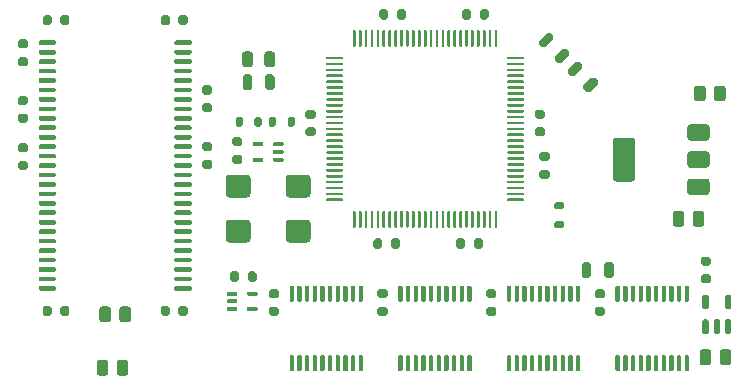
<source format=gtp>
G04 #@! TF.GenerationSoftware,KiCad,Pcbnew,(5.1.10-1-10_14)*
G04 #@! TF.CreationDate,2021-05-31T18:26:13-04:00*
G04 #@! TF.ProjectId,RAM2GS,52414d32-4753-42e6-9b69-6361645f7063,2.0*
G04 #@! TF.SameCoordinates,Original*
G04 #@! TF.FileFunction,Paste,Top*
G04 #@! TF.FilePolarity,Positive*
%FSLAX46Y46*%
G04 Gerber Fmt 4.6, Leading zero omitted, Abs format (unit mm)*
G04 Created by KiCad (PCBNEW (5.1.10-1-10_14)) date 2021-05-31 18:26:13*
%MOMM*%
%LPD*%
G01*
G04 APERTURE LIST*
G04 APERTURE END LIST*
G36*
G01*
X72686900Y-102212800D02*
X72686900Y-103087200D01*
G75*
G02*
X72462200Y-103311900I-224700J0D01*
G01*
X72012800Y-103311900D01*
G75*
G02*
X71788100Y-103087200I0J224700D01*
G01*
X71788100Y-102212800D01*
G75*
G02*
X72012800Y-101988100I224700J0D01*
G01*
X72462200Y-101988100D01*
G75*
G02*
X72686900Y-102212800I0J-224700D01*
G01*
G37*
G36*
G01*
X70811900Y-102212800D02*
X70811900Y-103087200D01*
G75*
G02*
X70587200Y-103311900I-224700J0D01*
G01*
X70137800Y-103311900D01*
G75*
G02*
X69913100Y-103087200I0J224700D01*
G01*
X69913100Y-102212800D01*
G75*
G02*
X70137800Y-101988100I224700J0D01*
G01*
X70587200Y-101988100D01*
G75*
G02*
X70811900Y-102212800I0J-224700D01*
G01*
G37*
G36*
G01*
X69950000Y-105075000D02*
X69950000Y-104125000D01*
G75*
G02*
X70150000Y-103925000I200000J0D01*
G01*
X70550000Y-103925000D01*
G75*
G02*
X70750000Y-104125000I0J-200000D01*
G01*
X70750000Y-105075000D01*
G75*
G02*
X70550000Y-105275000I-200000J0D01*
G01*
X70150000Y-105275000D01*
G75*
G02*
X69950000Y-105075000I0J200000D01*
G01*
G37*
G36*
G01*
X71850000Y-105075000D02*
X71850000Y-104125000D01*
G75*
G02*
X72050000Y-103925000I200000J0D01*
G01*
X72450000Y-103925000D01*
G75*
G02*
X72650000Y-104125000I0J-200000D01*
G01*
X72650000Y-105075000D01*
G75*
G02*
X72450000Y-105275000I-200000J0D01*
G01*
X72050000Y-105275000D01*
G75*
G02*
X71850000Y-105075000I0J200000D01*
G01*
G37*
G36*
G01*
X77035000Y-102607500D02*
X77035000Y-102492500D01*
G75*
G02*
X77092500Y-102435000I57500J0D01*
G01*
X78382500Y-102435000D01*
G75*
G02*
X78440000Y-102492500I0J-57500D01*
G01*
X78440000Y-102607500D01*
G75*
G02*
X78382500Y-102665000I-57500J0D01*
G01*
X77092500Y-102665000D01*
G75*
G02*
X77035000Y-102607500I0J57500D01*
G01*
G37*
G36*
G01*
X77035000Y-103107500D02*
X77035000Y-102992500D01*
G75*
G02*
X77092500Y-102935000I57500J0D01*
G01*
X78382500Y-102935000D01*
G75*
G02*
X78440000Y-102992500I0J-57500D01*
G01*
X78440000Y-103107500D01*
G75*
G02*
X78382500Y-103165000I-57500J0D01*
G01*
X77092500Y-103165000D01*
G75*
G02*
X77035000Y-103107500I0J57500D01*
G01*
G37*
G36*
G01*
X77035000Y-103607500D02*
X77035000Y-103492500D01*
G75*
G02*
X77092500Y-103435000I57500J0D01*
G01*
X78382500Y-103435000D01*
G75*
G02*
X78440000Y-103492500I0J-57500D01*
G01*
X78440000Y-103607500D01*
G75*
G02*
X78382500Y-103665000I-57500J0D01*
G01*
X77092500Y-103665000D01*
G75*
G02*
X77035000Y-103607500I0J57500D01*
G01*
G37*
G36*
G01*
X77035000Y-104107500D02*
X77035000Y-103992500D01*
G75*
G02*
X77092500Y-103935000I57500J0D01*
G01*
X78382500Y-103935000D01*
G75*
G02*
X78440000Y-103992500I0J-57500D01*
G01*
X78440000Y-104107500D01*
G75*
G02*
X78382500Y-104165000I-57500J0D01*
G01*
X77092500Y-104165000D01*
G75*
G02*
X77035000Y-104107500I0J57500D01*
G01*
G37*
G36*
G01*
X77035000Y-104607500D02*
X77035000Y-104492500D01*
G75*
G02*
X77092500Y-104435000I57500J0D01*
G01*
X78382500Y-104435000D01*
G75*
G02*
X78440000Y-104492500I0J-57500D01*
G01*
X78440000Y-104607500D01*
G75*
G02*
X78382500Y-104665000I-57500J0D01*
G01*
X77092500Y-104665000D01*
G75*
G02*
X77035000Y-104607500I0J57500D01*
G01*
G37*
G36*
G01*
X77035000Y-105107500D02*
X77035000Y-104992500D01*
G75*
G02*
X77092500Y-104935000I57500J0D01*
G01*
X78382500Y-104935000D01*
G75*
G02*
X78440000Y-104992500I0J-57500D01*
G01*
X78440000Y-105107500D01*
G75*
G02*
X78382500Y-105165000I-57500J0D01*
G01*
X77092500Y-105165000D01*
G75*
G02*
X77035000Y-105107500I0J57500D01*
G01*
G37*
G36*
G01*
X77035000Y-105607500D02*
X77035000Y-105492500D01*
G75*
G02*
X77092500Y-105435000I57500J0D01*
G01*
X78382500Y-105435000D01*
G75*
G02*
X78440000Y-105492500I0J-57500D01*
G01*
X78440000Y-105607500D01*
G75*
G02*
X78382500Y-105665000I-57500J0D01*
G01*
X77092500Y-105665000D01*
G75*
G02*
X77035000Y-105607500I0J57500D01*
G01*
G37*
G36*
G01*
X77035000Y-106107500D02*
X77035000Y-105992500D01*
G75*
G02*
X77092500Y-105935000I57500J0D01*
G01*
X78382500Y-105935000D01*
G75*
G02*
X78440000Y-105992500I0J-57500D01*
G01*
X78440000Y-106107500D01*
G75*
G02*
X78382500Y-106165000I-57500J0D01*
G01*
X77092500Y-106165000D01*
G75*
G02*
X77035000Y-106107500I0J57500D01*
G01*
G37*
G36*
G01*
X77035000Y-106607500D02*
X77035000Y-106492500D01*
G75*
G02*
X77092500Y-106435000I57500J0D01*
G01*
X78382500Y-106435000D01*
G75*
G02*
X78440000Y-106492500I0J-57500D01*
G01*
X78440000Y-106607500D01*
G75*
G02*
X78382500Y-106665000I-57500J0D01*
G01*
X77092500Y-106665000D01*
G75*
G02*
X77035000Y-106607500I0J57500D01*
G01*
G37*
G36*
G01*
X77035000Y-107107500D02*
X77035000Y-106992500D01*
G75*
G02*
X77092500Y-106935000I57500J0D01*
G01*
X78382500Y-106935000D01*
G75*
G02*
X78440000Y-106992500I0J-57500D01*
G01*
X78440000Y-107107500D01*
G75*
G02*
X78382500Y-107165000I-57500J0D01*
G01*
X77092500Y-107165000D01*
G75*
G02*
X77035000Y-107107500I0J57500D01*
G01*
G37*
G36*
G01*
X77035000Y-107607500D02*
X77035000Y-107492500D01*
G75*
G02*
X77092500Y-107435000I57500J0D01*
G01*
X78382500Y-107435000D01*
G75*
G02*
X78440000Y-107492500I0J-57500D01*
G01*
X78440000Y-107607500D01*
G75*
G02*
X78382500Y-107665000I-57500J0D01*
G01*
X77092500Y-107665000D01*
G75*
G02*
X77035000Y-107607500I0J57500D01*
G01*
G37*
G36*
G01*
X77035000Y-108107500D02*
X77035000Y-107992500D01*
G75*
G02*
X77092500Y-107935000I57500J0D01*
G01*
X78382500Y-107935000D01*
G75*
G02*
X78440000Y-107992500I0J-57500D01*
G01*
X78440000Y-108107500D01*
G75*
G02*
X78382500Y-108165000I-57500J0D01*
G01*
X77092500Y-108165000D01*
G75*
G02*
X77035000Y-108107500I0J57500D01*
G01*
G37*
G36*
G01*
X77035000Y-108607500D02*
X77035000Y-108492500D01*
G75*
G02*
X77092500Y-108435000I57500J0D01*
G01*
X78382500Y-108435000D01*
G75*
G02*
X78440000Y-108492500I0J-57500D01*
G01*
X78440000Y-108607500D01*
G75*
G02*
X78382500Y-108665000I-57500J0D01*
G01*
X77092500Y-108665000D01*
G75*
G02*
X77035000Y-108607500I0J57500D01*
G01*
G37*
G36*
G01*
X77035000Y-109107500D02*
X77035000Y-108992500D01*
G75*
G02*
X77092500Y-108935000I57500J0D01*
G01*
X78382500Y-108935000D01*
G75*
G02*
X78440000Y-108992500I0J-57500D01*
G01*
X78440000Y-109107500D01*
G75*
G02*
X78382500Y-109165000I-57500J0D01*
G01*
X77092500Y-109165000D01*
G75*
G02*
X77035000Y-109107500I0J57500D01*
G01*
G37*
G36*
G01*
X77035000Y-109607500D02*
X77035000Y-109492500D01*
G75*
G02*
X77092500Y-109435000I57500J0D01*
G01*
X78382500Y-109435000D01*
G75*
G02*
X78440000Y-109492500I0J-57500D01*
G01*
X78440000Y-109607500D01*
G75*
G02*
X78382500Y-109665000I-57500J0D01*
G01*
X77092500Y-109665000D01*
G75*
G02*
X77035000Y-109607500I0J57500D01*
G01*
G37*
G36*
G01*
X77035000Y-110107500D02*
X77035000Y-109992500D01*
G75*
G02*
X77092500Y-109935000I57500J0D01*
G01*
X78382500Y-109935000D01*
G75*
G02*
X78440000Y-109992500I0J-57500D01*
G01*
X78440000Y-110107500D01*
G75*
G02*
X78382500Y-110165000I-57500J0D01*
G01*
X77092500Y-110165000D01*
G75*
G02*
X77035000Y-110107500I0J57500D01*
G01*
G37*
G36*
G01*
X77035000Y-110607500D02*
X77035000Y-110492500D01*
G75*
G02*
X77092500Y-110435000I57500J0D01*
G01*
X78382500Y-110435000D01*
G75*
G02*
X78440000Y-110492500I0J-57500D01*
G01*
X78440000Y-110607500D01*
G75*
G02*
X78382500Y-110665000I-57500J0D01*
G01*
X77092500Y-110665000D01*
G75*
G02*
X77035000Y-110607500I0J57500D01*
G01*
G37*
G36*
G01*
X77035000Y-111107500D02*
X77035000Y-110992500D01*
G75*
G02*
X77092500Y-110935000I57500J0D01*
G01*
X78382500Y-110935000D01*
G75*
G02*
X78440000Y-110992500I0J-57500D01*
G01*
X78440000Y-111107500D01*
G75*
G02*
X78382500Y-111165000I-57500J0D01*
G01*
X77092500Y-111165000D01*
G75*
G02*
X77035000Y-111107500I0J57500D01*
G01*
G37*
G36*
G01*
X77035000Y-111607500D02*
X77035000Y-111492500D01*
G75*
G02*
X77092500Y-111435000I57500J0D01*
G01*
X78382500Y-111435000D01*
G75*
G02*
X78440000Y-111492500I0J-57500D01*
G01*
X78440000Y-111607500D01*
G75*
G02*
X78382500Y-111665000I-57500J0D01*
G01*
X77092500Y-111665000D01*
G75*
G02*
X77035000Y-111607500I0J57500D01*
G01*
G37*
G36*
G01*
X77035000Y-112107500D02*
X77035000Y-111992500D01*
G75*
G02*
X77092500Y-111935000I57500J0D01*
G01*
X78382500Y-111935000D01*
G75*
G02*
X78440000Y-111992500I0J-57500D01*
G01*
X78440000Y-112107500D01*
G75*
G02*
X78382500Y-112165000I-57500J0D01*
G01*
X77092500Y-112165000D01*
G75*
G02*
X77035000Y-112107500I0J57500D01*
G01*
G37*
G36*
G01*
X77035000Y-112607500D02*
X77035000Y-112492500D01*
G75*
G02*
X77092500Y-112435000I57500J0D01*
G01*
X78382500Y-112435000D01*
G75*
G02*
X78440000Y-112492500I0J-57500D01*
G01*
X78440000Y-112607500D01*
G75*
G02*
X78382500Y-112665000I-57500J0D01*
G01*
X77092500Y-112665000D01*
G75*
G02*
X77035000Y-112607500I0J57500D01*
G01*
G37*
G36*
G01*
X77035000Y-113107500D02*
X77035000Y-112992500D01*
G75*
G02*
X77092500Y-112935000I57500J0D01*
G01*
X78382500Y-112935000D01*
G75*
G02*
X78440000Y-112992500I0J-57500D01*
G01*
X78440000Y-113107500D01*
G75*
G02*
X78382500Y-113165000I-57500J0D01*
G01*
X77092500Y-113165000D01*
G75*
G02*
X77035000Y-113107500I0J57500D01*
G01*
G37*
G36*
G01*
X77035000Y-113607500D02*
X77035000Y-113492500D01*
G75*
G02*
X77092500Y-113435000I57500J0D01*
G01*
X78382500Y-113435000D01*
G75*
G02*
X78440000Y-113492500I0J-57500D01*
G01*
X78440000Y-113607500D01*
G75*
G02*
X78382500Y-113665000I-57500J0D01*
G01*
X77092500Y-113665000D01*
G75*
G02*
X77035000Y-113607500I0J57500D01*
G01*
G37*
G36*
G01*
X77035000Y-114107500D02*
X77035000Y-113992500D01*
G75*
G02*
X77092500Y-113935000I57500J0D01*
G01*
X78382500Y-113935000D01*
G75*
G02*
X78440000Y-113992500I0J-57500D01*
G01*
X78440000Y-114107500D01*
G75*
G02*
X78382500Y-114165000I-57500J0D01*
G01*
X77092500Y-114165000D01*
G75*
G02*
X77035000Y-114107500I0J57500D01*
G01*
G37*
G36*
G01*
X77035000Y-114607500D02*
X77035000Y-114492500D01*
G75*
G02*
X77092500Y-114435000I57500J0D01*
G01*
X78382500Y-114435000D01*
G75*
G02*
X78440000Y-114492500I0J-57500D01*
G01*
X78440000Y-114607500D01*
G75*
G02*
X78382500Y-114665000I-57500J0D01*
G01*
X77092500Y-114665000D01*
G75*
G02*
X77035000Y-114607500I0J57500D01*
G01*
G37*
G36*
G01*
X79285000Y-116857500D02*
X79285000Y-115567500D01*
G75*
G02*
X79342500Y-115510000I57500J0D01*
G01*
X79457500Y-115510000D01*
G75*
G02*
X79515000Y-115567500I0J-57500D01*
G01*
X79515000Y-116857500D01*
G75*
G02*
X79457500Y-116915000I-57500J0D01*
G01*
X79342500Y-116915000D01*
G75*
G02*
X79285000Y-116857500I0J57500D01*
G01*
G37*
G36*
G01*
X79785000Y-116857500D02*
X79785000Y-115567500D01*
G75*
G02*
X79842500Y-115510000I57500J0D01*
G01*
X79957500Y-115510000D01*
G75*
G02*
X80015000Y-115567500I0J-57500D01*
G01*
X80015000Y-116857500D01*
G75*
G02*
X79957500Y-116915000I-57500J0D01*
G01*
X79842500Y-116915000D01*
G75*
G02*
X79785000Y-116857500I0J57500D01*
G01*
G37*
G36*
G01*
X80285000Y-116857500D02*
X80285000Y-115567500D01*
G75*
G02*
X80342500Y-115510000I57500J0D01*
G01*
X80457500Y-115510000D01*
G75*
G02*
X80515000Y-115567500I0J-57500D01*
G01*
X80515000Y-116857500D01*
G75*
G02*
X80457500Y-116915000I-57500J0D01*
G01*
X80342500Y-116915000D01*
G75*
G02*
X80285000Y-116857500I0J57500D01*
G01*
G37*
G36*
G01*
X80785000Y-116857500D02*
X80785000Y-115567500D01*
G75*
G02*
X80842500Y-115510000I57500J0D01*
G01*
X80957500Y-115510000D01*
G75*
G02*
X81015000Y-115567500I0J-57500D01*
G01*
X81015000Y-116857500D01*
G75*
G02*
X80957500Y-116915000I-57500J0D01*
G01*
X80842500Y-116915000D01*
G75*
G02*
X80785000Y-116857500I0J57500D01*
G01*
G37*
G36*
G01*
X81285000Y-116857500D02*
X81285000Y-115567500D01*
G75*
G02*
X81342500Y-115510000I57500J0D01*
G01*
X81457500Y-115510000D01*
G75*
G02*
X81515000Y-115567500I0J-57500D01*
G01*
X81515000Y-116857500D01*
G75*
G02*
X81457500Y-116915000I-57500J0D01*
G01*
X81342500Y-116915000D01*
G75*
G02*
X81285000Y-116857500I0J57500D01*
G01*
G37*
G36*
G01*
X81785000Y-116857500D02*
X81785000Y-115567500D01*
G75*
G02*
X81842500Y-115510000I57500J0D01*
G01*
X81957500Y-115510000D01*
G75*
G02*
X82015000Y-115567500I0J-57500D01*
G01*
X82015000Y-116857500D01*
G75*
G02*
X81957500Y-116915000I-57500J0D01*
G01*
X81842500Y-116915000D01*
G75*
G02*
X81785000Y-116857500I0J57500D01*
G01*
G37*
G36*
G01*
X82285000Y-116857500D02*
X82285000Y-115567500D01*
G75*
G02*
X82342500Y-115510000I57500J0D01*
G01*
X82457500Y-115510000D01*
G75*
G02*
X82515000Y-115567500I0J-57500D01*
G01*
X82515000Y-116857500D01*
G75*
G02*
X82457500Y-116915000I-57500J0D01*
G01*
X82342500Y-116915000D01*
G75*
G02*
X82285000Y-116857500I0J57500D01*
G01*
G37*
G36*
G01*
X82785000Y-116857500D02*
X82785000Y-115567500D01*
G75*
G02*
X82842500Y-115510000I57500J0D01*
G01*
X82957500Y-115510000D01*
G75*
G02*
X83015000Y-115567500I0J-57500D01*
G01*
X83015000Y-116857500D01*
G75*
G02*
X82957500Y-116915000I-57500J0D01*
G01*
X82842500Y-116915000D01*
G75*
G02*
X82785000Y-116857500I0J57500D01*
G01*
G37*
G36*
G01*
X83285000Y-116857500D02*
X83285000Y-115567500D01*
G75*
G02*
X83342500Y-115510000I57500J0D01*
G01*
X83457500Y-115510000D01*
G75*
G02*
X83515000Y-115567500I0J-57500D01*
G01*
X83515000Y-116857500D01*
G75*
G02*
X83457500Y-116915000I-57500J0D01*
G01*
X83342500Y-116915000D01*
G75*
G02*
X83285000Y-116857500I0J57500D01*
G01*
G37*
G36*
G01*
X83785000Y-116857500D02*
X83785000Y-115567500D01*
G75*
G02*
X83842500Y-115510000I57500J0D01*
G01*
X83957500Y-115510000D01*
G75*
G02*
X84015000Y-115567500I0J-57500D01*
G01*
X84015000Y-116857500D01*
G75*
G02*
X83957500Y-116915000I-57500J0D01*
G01*
X83842500Y-116915000D01*
G75*
G02*
X83785000Y-116857500I0J57500D01*
G01*
G37*
G36*
G01*
X84285000Y-116857500D02*
X84285000Y-115567500D01*
G75*
G02*
X84342500Y-115510000I57500J0D01*
G01*
X84457500Y-115510000D01*
G75*
G02*
X84515000Y-115567500I0J-57500D01*
G01*
X84515000Y-116857500D01*
G75*
G02*
X84457500Y-116915000I-57500J0D01*
G01*
X84342500Y-116915000D01*
G75*
G02*
X84285000Y-116857500I0J57500D01*
G01*
G37*
G36*
G01*
X84785000Y-116857500D02*
X84785000Y-115567500D01*
G75*
G02*
X84842500Y-115510000I57500J0D01*
G01*
X84957500Y-115510000D01*
G75*
G02*
X85015000Y-115567500I0J-57500D01*
G01*
X85015000Y-116857500D01*
G75*
G02*
X84957500Y-116915000I-57500J0D01*
G01*
X84842500Y-116915000D01*
G75*
G02*
X84785000Y-116857500I0J57500D01*
G01*
G37*
G36*
G01*
X85285000Y-116857500D02*
X85285000Y-115567500D01*
G75*
G02*
X85342500Y-115510000I57500J0D01*
G01*
X85457500Y-115510000D01*
G75*
G02*
X85515000Y-115567500I0J-57500D01*
G01*
X85515000Y-116857500D01*
G75*
G02*
X85457500Y-116915000I-57500J0D01*
G01*
X85342500Y-116915000D01*
G75*
G02*
X85285000Y-116857500I0J57500D01*
G01*
G37*
G36*
G01*
X85785000Y-116857500D02*
X85785000Y-115567500D01*
G75*
G02*
X85842500Y-115510000I57500J0D01*
G01*
X85957500Y-115510000D01*
G75*
G02*
X86015000Y-115567500I0J-57500D01*
G01*
X86015000Y-116857500D01*
G75*
G02*
X85957500Y-116915000I-57500J0D01*
G01*
X85842500Y-116915000D01*
G75*
G02*
X85785000Y-116857500I0J57500D01*
G01*
G37*
G36*
G01*
X86285000Y-116857500D02*
X86285000Y-115567500D01*
G75*
G02*
X86342500Y-115510000I57500J0D01*
G01*
X86457500Y-115510000D01*
G75*
G02*
X86515000Y-115567500I0J-57500D01*
G01*
X86515000Y-116857500D01*
G75*
G02*
X86457500Y-116915000I-57500J0D01*
G01*
X86342500Y-116915000D01*
G75*
G02*
X86285000Y-116857500I0J57500D01*
G01*
G37*
G36*
G01*
X86785000Y-116857500D02*
X86785000Y-115567500D01*
G75*
G02*
X86842500Y-115510000I57500J0D01*
G01*
X86957500Y-115510000D01*
G75*
G02*
X87015000Y-115567500I0J-57500D01*
G01*
X87015000Y-116857500D01*
G75*
G02*
X86957500Y-116915000I-57500J0D01*
G01*
X86842500Y-116915000D01*
G75*
G02*
X86785000Y-116857500I0J57500D01*
G01*
G37*
G36*
G01*
X87285000Y-116857500D02*
X87285000Y-115567500D01*
G75*
G02*
X87342500Y-115510000I57500J0D01*
G01*
X87457500Y-115510000D01*
G75*
G02*
X87515000Y-115567500I0J-57500D01*
G01*
X87515000Y-116857500D01*
G75*
G02*
X87457500Y-116915000I-57500J0D01*
G01*
X87342500Y-116915000D01*
G75*
G02*
X87285000Y-116857500I0J57500D01*
G01*
G37*
G36*
G01*
X87785000Y-116857500D02*
X87785000Y-115567500D01*
G75*
G02*
X87842500Y-115510000I57500J0D01*
G01*
X87957500Y-115510000D01*
G75*
G02*
X88015000Y-115567500I0J-57500D01*
G01*
X88015000Y-116857500D01*
G75*
G02*
X87957500Y-116915000I-57500J0D01*
G01*
X87842500Y-116915000D01*
G75*
G02*
X87785000Y-116857500I0J57500D01*
G01*
G37*
G36*
G01*
X88285000Y-116857500D02*
X88285000Y-115567500D01*
G75*
G02*
X88342500Y-115510000I57500J0D01*
G01*
X88457500Y-115510000D01*
G75*
G02*
X88515000Y-115567500I0J-57500D01*
G01*
X88515000Y-116857500D01*
G75*
G02*
X88457500Y-116915000I-57500J0D01*
G01*
X88342500Y-116915000D01*
G75*
G02*
X88285000Y-116857500I0J57500D01*
G01*
G37*
G36*
G01*
X88785000Y-116857500D02*
X88785000Y-115567500D01*
G75*
G02*
X88842500Y-115510000I57500J0D01*
G01*
X88957500Y-115510000D01*
G75*
G02*
X89015000Y-115567500I0J-57500D01*
G01*
X89015000Y-116857500D01*
G75*
G02*
X88957500Y-116915000I-57500J0D01*
G01*
X88842500Y-116915000D01*
G75*
G02*
X88785000Y-116857500I0J57500D01*
G01*
G37*
G36*
G01*
X89285000Y-116857500D02*
X89285000Y-115567500D01*
G75*
G02*
X89342500Y-115510000I57500J0D01*
G01*
X89457500Y-115510000D01*
G75*
G02*
X89515000Y-115567500I0J-57500D01*
G01*
X89515000Y-116857500D01*
G75*
G02*
X89457500Y-116915000I-57500J0D01*
G01*
X89342500Y-116915000D01*
G75*
G02*
X89285000Y-116857500I0J57500D01*
G01*
G37*
G36*
G01*
X89785000Y-116857500D02*
X89785000Y-115567500D01*
G75*
G02*
X89842500Y-115510000I57500J0D01*
G01*
X89957500Y-115510000D01*
G75*
G02*
X90015000Y-115567500I0J-57500D01*
G01*
X90015000Y-116857500D01*
G75*
G02*
X89957500Y-116915000I-57500J0D01*
G01*
X89842500Y-116915000D01*
G75*
G02*
X89785000Y-116857500I0J57500D01*
G01*
G37*
G36*
G01*
X90285000Y-116857500D02*
X90285000Y-115567500D01*
G75*
G02*
X90342500Y-115510000I57500J0D01*
G01*
X90457500Y-115510000D01*
G75*
G02*
X90515000Y-115567500I0J-57500D01*
G01*
X90515000Y-116857500D01*
G75*
G02*
X90457500Y-116915000I-57500J0D01*
G01*
X90342500Y-116915000D01*
G75*
G02*
X90285000Y-116857500I0J57500D01*
G01*
G37*
G36*
G01*
X90785000Y-116857500D02*
X90785000Y-115567500D01*
G75*
G02*
X90842500Y-115510000I57500J0D01*
G01*
X90957500Y-115510000D01*
G75*
G02*
X91015000Y-115567500I0J-57500D01*
G01*
X91015000Y-116857500D01*
G75*
G02*
X90957500Y-116915000I-57500J0D01*
G01*
X90842500Y-116915000D01*
G75*
G02*
X90785000Y-116857500I0J57500D01*
G01*
G37*
G36*
G01*
X91285000Y-116857500D02*
X91285000Y-115567500D01*
G75*
G02*
X91342500Y-115510000I57500J0D01*
G01*
X91457500Y-115510000D01*
G75*
G02*
X91515000Y-115567500I0J-57500D01*
G01*
X91515000Y-116857500D01*
G75*
G02*
X91457500Y-116915000I-57500J0D01*
G01*
X91342500Y-116915000D01*
G75*
G02*
X91285000Y-116857500I0J57500D01*
G01*
G37*
G36*
G01*
X92360000Y-114607500D02*
X92360000Y-114492500D01*
G75*
G02*
X92417500Y-114435000I57500J0D01*
G01*
X93707500Y-114435000D01*
G75*
G02*
X93765000Y-114492500I0J-57500D01*
G01*
X93765000Y-114607500D01*
G75*
G02*
X93707500Y-114665000I-57500J0D01*
G01*
X92417500Y-114665000D01*
G75*
G02*
X92360000Y-114607500I0J57500D01*
G01*
G37*
G36*
G01*
X92360000Y-114107500D02*
X92360000Y-113992500D01*
G75*
G02*
X92417500Y-113935000I57500J0D01*
G01*
X93707500Y-113935000D01*
G75*
G02*
X93765000Y-113992500I0J-57500D01*
G01*
X93765000Y-114107500D01*
G75*
G02*
X93707500Y-114165000I-57500J0D01*
G01*
X92417500Y-114165000D01*
G75*
G02*
X92360000Y-114107500I0J57500D01*
G01*
G37*
G36*
G01*
X92360000Y-113607500D02*
X92360000Y-113492500D01*
G75*
G02*
X92417500Y-113435000I57500J0D01*
G01*
X93707500Y-113435000D01*
G75*
G02*
X93765000Y-113492500I0J-57500D01*
G01*
X93765000Y-113607500D01*
G75*
G02*
X93707500Y-113665000I-57500J0D01*
G01*
X92417500Y-113665000D01*
G75*
G02*
X92360000Y-113607500I0J57500D01*
G01*
G37*
G36*
G01*
X92360000Y-113107500D02*
X92360000Y-112992500D01*
G75*
G02*
X92417500Y-112935000I57500J0D01*
G01*
X93707500Y-112935000D01*
G75*
G02*
X93765000Y-112992500I0J-57500D01*
G01*
X93765000Y-113107500D01*
G75*
G02*
X93707500Y-113165000I-57500J0D01*
G01*
X92417500Y-113165000D01*
G75*
G02*
X92360000Y-113107500I0J57500D01*
G01*
G37*
G36*
G01*
X92360000Y-112607500D02*
X92360000Y-112492500D01*
G75*
G02*
X92417500Y-112435000I57500J0D01*
G01*
X93707500Y-112435000D01*
G75*
G02*
X93765000Y-112492500I0J-57500D01*
G01*
X93765000Y-112607500D01*
G75*
G02*
X93707500Y-112665000I-57500J0D01*
G01*
X92417500Y-112665000D01*
G75*
G02*
X92360000Y-112607500I0J57500D01*
G01*
G37*
G36*
G01*
X92360000Y-112107500D02*
X92360000Y-111992500D01*
G75*
G02*
X92417500Y-111935000I57500J0D01*
G01*
X93707500Y-111935000D01*
G75*
G02*
X93765000Y-111992500I0J-57500D01*
G01*
X93765000Y-112107500D01*
G75*
G02*
X93707500Y-112165000I-57500J0D01*
G01*
X92417500Y-112165000D01*
G75*
G02*
X92360000Y-112107500I0J57500D01*
G01*
G37*
G36*
G01*
X92360000Y-111607500D02*
X92360000Y-111492500D01*
G75*
G02*
X92417500Y-111435000I57500J0D01*
G01*
X93707500Y-111435000D01*
G75*
G02*
X93765000Y-111492500I0J-57500D01*
G01*
X93765000Y-111607500D01*
G75*
G02*
X93707500Y-111665000I-57500J0D01*
G01*
X92417500Y-111665000D01*
G75*
G02*
X92360000Y-111607500I0J57500D01*
G01*
G37*
G36*
G01*
X92360000Y-111107500D02*
X92360000Y-110992500D01*
G75*
G02*
X92417500Y-110935000I57500J0D01*
G01*
X93707500Y-110935000D01*
G75*
G02*
X93765000Y-110992500I0J-57500D01*
G01*
X93765000Y-111107500D01*
G75*
G02*
X93707500Y-111165000I-57500J0D01*
G01*
X92417500Y-111165000D01*
G75*
G02*
X92360000Y-111107500I0J57500D01*
G01*
G37*
G36*
G01*
X92360000Y-110607500D02*
X92360000Y-110492500D01*
G75*
G02*
X92417500Y-110435000I57500J0D01*
G01*
X93707500Y-110435000D01*
G75*
G02*
X93765000Y-110492500I0J-57500D01*
G01*
X93765000Y-110607500D01*
G75*
G02*
X93707500Y-110665000I-57500J0D01*
G01*
X92417500Y-110665000D01*
G75*
G02*
X92360000Y-110607500I0J57500D01*
G01*
G37*
G36*
G01*
X92360000Y-110107500D02*
X92360000Y-109992500D01*
G75*
G02*
X92417500Y-109935000I57500J0D01*
G01*
X93707500Y-109935000D01*
G75*
G02*
X93765000Y-109992500I0J-57500D01*
G01*
X93765000Y-110107500D01*
G75*
G02*
X93707500Y-110165000I-57500J0D01*
G01*
X92417500Y-110165000D01*
G75*
G02*
X92360000Y-110107500I0J57500D01*
G01*
G37*
G36*
G01*
X92360000Y-109607500D02*
X92360000Y-109492500D01*
G75*
G02*
X92417500Y-109435000I57500J0D01*
G01*
X93707500Y-109435000D01*
G75*
G02*
X93765000Y-109492500I0J-57500D01*
G01*
X93765000Y-109607500D01*
G75*
G02*
X93707500Y-109665000I-57500J0D01*
G01*
X92417500Y-109665000D01*
G75*
G02*
X92360000Y-109607500I0J57500D01*
G01*
G37*
G36*
G01*
X92360000Y-109107500D02*
X92360000Y-108992500D01*
G75*
G02*
X92417500Y-108935000I57500J0D01*
G01*
X93707500Y-108935000D01*
G75*
G02*
X93765000Y-108992500I0J-57500D01*
G01*
X93765000Y-109107500D01*
G75*
G02*
X93707500Y-109165000I-57500J0D01*
G01*
X92417500Y-109165000D01*
G75*
G02*
X92360000Y-109107500I0J57500D01*
G01*
G37*
G36*
G01*
X92360000Y-108607500D02*
X92360000Y-108492500D01*
G75*
G02*
X92417500Y-108435000I57500J0D01*
G01*
X93707500Y-108435000D01*
G75*
G02*
X93765000Y-108492500I0J-57500D01*
G01*
X93765000Y-108607500D01*
G75*
G02*
X93707500Y-108665000I-57500J0D01*
G01*
X92417500Y-108665000D01*
G75*
G02*
X92360000Y-108607500I0J57500D01*
G01*
G37*
G36*
G01*
X92360000Y-108107500D02*
X92360000Y-107992500D01*
G75*
G02*
X92417500Y-107935000I57500J0D01*
G01*
X93707500Y-107935000D01*
G75*
G02*
X93765000Y-107992500I0J-57500D01*
G01*
X93765000Y-108107500D01*
G75*
G02*
X93707500Y-108165000I-57500J0D01*
G01*
X92417500Y-108165000D01*
G75*
G02*
X92360000Y-108107500I0J57500D01*
G01*
G37*
G36*
G01*
X92360000Y-107607500D02*
X92360000Y-107492500D01*
G75*
G02*
X92417500Y-107435000I57500J0D01*
G01*
X93707500Y-107435000D01*
G75*
G02*
X93765000Y-107492500I0J-57500D01*
G01*
X93765000Y-107607500D01*
G75*
G02*
X93707500Y-107665000I-57500J0D01*
G01*
X92417500Y-107665000D01*
G75*
G02*
X92360000Y-107607500I0J57500D01*
G01*
G37*
G36*
G01*
X92360000Y-107107500D02*
X92360000Y-106992500D01*
G75*
G02*
X92417500Y-106935000I57500J0D01*
G01*
X93707500Y-106935000D01*
G75*
G02*
X93765000Y-106992500I0J-57500D01*
G01*
X93765000Y-107107500D01*
G75*
G02*
X93707500Y-107165000I-57500J0D01*
G01*
X92417500Y-107165000D01*
G75*
G02*
X92360000Y-107107500I0J57500D01*
G01*
G37*
G36*
G01*
X92360000Y-106607500D02*
X92360000Y-106492500D01*
G75*
G02*
X92417500Y-106435000I57500J0D01*
G01*
X93707500Y-106435000D01*
G75*
G02*
X93765000Y-106492500I0J-57500D01*
G01*
X93765000Y-106607500D01*
G75*
G02*
X93707500Y-106665000I-57500J0D01*
G01*
X92417500Y-106665000D01*
G75*
G02*
X92360000Y-106607500I0J57500D01*
G01*
G37*
G36*
G01*
X92360000Y-106107500D02*
X92360000Y-105992500D01*
G75*
G02*
X92417500Y-105935000I57500J0D01*
G01*
X93707500Y-105935000D01*
G75*
G02*
X93765000Y-105992500I0J-57500D01*
G01*
X93765000Y-106107500D01*
G75*
G02*
X93707500Y-106165000I-57500J0D01*
G01*
X92417500Y-106165000D01*
G75*
G02*
X92360000Y-106107500I0J57500D01*
G01*
G37*
G36*
G01*
X92360000Y-105607500D02*
X92360000Y-105492500D01*
G75*
G02*
X92417500Y-105435000I57500J0D01*
G01*
X93707500Y-105435000D01*
G75*
G02*
X93765000Y-105492500I0J-57500D01*
G01*
X93765000Y-105607500D01*
G75*
G02*
X93707500Y-105665000I-57500J0D01*
G01*
X92417500Y-105665000D01*
G75*
G02*
X92360000Y-105607500I0J57500D01*
G01*
G37*
G36*
G01*
X92360000Y-105107500D02*
X92360000Y-104992500D01*
G75*
G02*
X92417500Y-104935000I57500J0D01*
G01*
X93707500Y-104935000D01*
G75*
G02*
X93765000Y-104992500I0J-57500D01*
G01*
X93765000Y-105107500D01*
G75*
G02*
X93707500Y-105165000I-57500J0D01*
G01*
X92417500Y-105165000D01*
G75*
G02*
X92360000Y-105107500I0J57500D01*
G01*
G37*
G36*
G01*
X92360000Y-104607500D02*
X92360000Y-104492500D01*
G75*
G02*
X92417500Y-104435000I57500J0D01*
G01*
X93707500Y-104435000D01*
G75*
G02*
X93765000Y-104492500I0J-57500D01*
G01*
X93765000Y-104607500D01*
G75*
G02*
X93707500Y-104665000I-57500J0D01*
G01*
X92417500Y-104665000D01*
G75*
G02*
X92360000Y-104607500I0J57500D01*
G01*
G37*
G36*
G01*
X92360000Y-104107500D02*
X92360000Y-103992500D01*
G75*
G02*
X92417500Y-103935000I57500J0D01*
G01*
X93707500Y-103935000D01*
G75*
G02*
X93765000Y-103992500I0J-57500D01*
G01*
X93765000Y-104107500D01*
G75*
G02*
X93707500Y-104165000I-57500J0D01*
G01*
X92417500Y-104165000D01*
G75*
G02*
X92360000Y-104107500I0J57500D01*
G01*
G37*
G36*
G01*
X92360000Y-103607500D02*
X92360000Y-103492500D01*
G75*
G02*
X92417500Y-103435000I57500J0D01*
G01*
X93707500Y-103435000D01*
G75*
G02*
X93765000Y-103492500I0J-57500D01*
G01*
X93765000Y-103607500D01*
G75*
G02*
X93707500Y-103665000I-57500J0D01*
G01*
X92417500Y-103665000D01*
G75*
G02*
X92360000Y-103607500I0J57500D01*
G01*
G37*
G36*
G01*
X92360000Y-103107500D02*
X92360000Y-102992500D01*
G75*
G02*
X92417500Y-102935000I57500J0D01*
G01*
X93707500Y-102935000D01*
G75*
G02*
X93765000Y-102992500I0J-57500D01*
G01*
X93765000Y-103107500D01*
G75*
G02*
X93707500Y-103165000I-57500J0D01*
G01*
X92417500Y-103165000D01*
G75*
G02*
X92360000Y-103107500I0J57500D01*
G01*
G37*
G36*
G01*
X92360000Y-102607500D02*
X92360000Y-102492500D01*
G75*
G02*
X92417500Y-102435000I57500J0D01*
G01*
X93707500Y-102435000D01*
G75*
G02*
X93765000Y-102492500I0J-57500D01*
G01*
X93765000Y-102607500D01*
G75*
G02*
X93707500Y-102665000I-57500J0D01*
G01*
X92417500Y-102665000D01*
G75*
G02*
X92360000Y-102607500I0J57500D01*
G01*
G37*
G36*
G01*
X91285000Y-101532500D02*
X91285000Y-100242500D01*
G75*
G02*
X91342500Y-100185000I57500J0D01*
G01*
X91457500Y-100185000D01*
G75*
G02*
X91515000Y-100242500I0J-57500D01*
G01*
X91515000Y-101532500D01*
G75*
G02*
X91457500Y-101590000I-57500J0D01*
G01*
X91342500Y-101590000D01*
G75*
G02*
X91285000Y-101532500I0J57500D01*
G01*
G37*
G36*
G01*
X90785000Y-101532500D02*
X90785000Y-100242500D01*
G75*
G02*
X90842500Y-100185000I57500J0D01*
G01*
X90957500Y-100185000D01*
G75*
G02*
X91015000Y-100242500I0J-57500D01*
G01*
X91015000Y-101532500D01*
G75*
G02*
X90957500Y-101590000I-57500J0D01*
G01*
X90842500Y-101590000D01*
G75*
G02*
X90785000Y-101532500I0J57500D01*
G01*
G37*
G36*
G01*
X90285000Y-101532500D02*
X90285000Y-100242500D01*
G75*
G02*
X90342500Y-100185000I57500J0D01*
G01*
X90457500Y-100185000D01*
G75*
G02*
X90515000Y-100242500I0J-57500D01*
G01*
X90515000Y-101532500D01*
G75*
G02*
X90457500Y-101590000I-57500J0D01*
G01*
X90342500Y-101590000D01*
G75*
G02*
X90285000Y-101532500I0J57500D01*
G01*
G37*
G36*
G01*
X89785000Y-101532500D02*
X89785000Y-100242500D01*
G75*
G02*
X89842500Y-100185000I57500J0D01*
G01*
X89957500Y-100185000D01*
G75*
G02*
X90015000Y-100242500I0J-57500D01*
G01*
X90015000Y-101532500D01*
G75*
G02*
X89957500Y-101590000I-57500J0D01*
G01*
X89842500Y-101590000D01*
G75*
G02*
X89785000Y-101532500I0J57500D01*
G01*
G37*
G36*
G01*
X89285000Y-101532500D02*
X89285000Y-100242500D01*
G75*
G02*
X89342500Y-100185000I57500J0D01*
G01*
X89457500Y-100185000D01*
G75*
G02*
X89515000Y-100242500I0J-57500D01*
G01*
X89515000Y-101532500D01*
G75*
G02*
X89457500Y-101590000I-57500J0D01*
G01*
X89342500Y-101590000D01*
G75*
G02*
X89285000Y-101532500I0J57500D01*
G01*
G37*
G36*
G01*
X88785000Y-101532500D02*
X88785000Y-100242500D01*
G75*
G02*
X88842500Y-100185000I57500J0D01*
G01*
X88957500Y-100185000D01*
G75*
G02*
X89015000Y-100242500I0J-57500D01*
G01*
X89015000Y-101532500D01*
G75*
G02*
X88957500Y-101590000I-57500J0D01*
G01*
X88842500Y-101590000D01*
G75*
G02*
X88785000Y-101532500I0J57500D01*
G01*
G37*
G36*
G01*
X88285000Y-101532500D02*
X88285000Y-100242500D01*
G75*
G02*
X88342500Y-100185000I57500J0D01*
G01*
X88457500Y-100185000D01*
G75*
G02*
X88515000Y-100242500I0J-57500D01*
G01*
X88515000Y-101532500D01*
G75*
G02*
X88457500Y-101590000I-57500J0D01*
G01*
X88342500Y-101590000D01*
G75*
G02*
X88285000Y-101532500I0J57500D01*
G01*
G37*
G36*
G01*
X87785000Y-101532500D02*
X87785000Y-100242500D01*
G75*
G02*
X87842500Y-100185000I57500J0D01*
G01*
X87957500Y-100185000D01*
G75*
G02*
X88015000Y-100242500I0J-57500D01*
G01*
X88015000Y-101532500D01*
G75*
G02*
X87957500Y-101590000I-57500J0D01*
G01*
X87842500Y-101590000D01*
G75*
G02*
X87785000Y-101532500I0J57500D01*
G01*
G37*
G36*
G01*
X87285000Y-101532500D02*
X87285000Y-100242500D01*
G75*
G02*
X87342500Y-100185000I57500J0D01*
G01*
X87457500Y-100185000D01*
G75*
G02*
X87515000Y-100242500I0J-57500D01*
G01*
X87515000Y-101532500D01*
G75*
G02*
X87457500Y-101590000I-57500J0D01*
G01*
X87342500Y-101590000D01*
G75*
G02*
X87285000Y-101532500I0J57500D01*
G01*
G37*
G36*
G01*
X86785000Y-101532500D02*
X86785000Y-100242500D01*
G75*
G02*
X86842500Y-100185000I57500J0D01*
G01*
X86957500Y-100185000D01*
G75*
G02*
X87015000Y-100242500I0J-57500D01*
G01*
X87015000Y-101532500D01*
G75*
G02*
X86957500Y-101590000I-57500J0D01*
G01*
X86842500Y-101590000D01*
G75*
G02*
X86785000Y-101532500I0J57500D01*
G01*
G37*
G36*
G01*
X86285000Y-101532500D02*
X86285000Y-100242500D01*
G75*
G02*
X86342500Y-100185000I57500J0D01*
G01*
X86457500Y-100185000D01*
G75*
G02*
X86515000Y-100242500I0J-57500D01*
G01*
X86515000Y-101532500D01*
G75*
G02*
X86457500Y-101590000I-57500J0D01*
G01*
X86342500Y-101590000D01*
G75*
G02*
X86285000Y-101532500I0J57500D01*
G01*
G37*
G36*
G01*
X85785000Y-101532500D02*
X85785000Y-100242500D01*
G75*
G02*
X85842500Y-100185000I57500J0D01*
G01*
X85957500Y-100185000D01*
G75*
G02*
X86015000Y-100242500I0J-57500D01*
G01*
X86015000Y-101532500D01*
G75*
G02*
X85957500Y-101590000I-57500J0D01*
G01*
X85842500Y-101590000D01*
G75*
G02*
X85785000Y-101532500I0J57500D01*
G01*
G37*
G36*
G01*
X85285000Y-101532500D02*
X85285000Y-100242500D01*
G75*
G02*
X85342500Y-100185000I57500J0D01*
G01*
X85457500Y-100185000D01*
G75*
G02*
X85515000Y-100242500I0J-57500D01*
G01*
X85515000Y-101532500D01*
G75*
G02*
X85457500Y-101590000I-57500J0D01*
G01*
X85342500Y-101590000D01*
G75*
G02*
X85285000Y-101532500I0J57500D01*
G01*
G37*
G36*
G01*
X84785000Y-101532500D02*
X84785000Y-100242500D01*
G75*
G02*
X84842500Y-100185000I57500J0D01*
G01*
X84957500Y-100185000D01*
G75*
G02*
X85015000Y-100242500I0J-57500D01*
G01*
X85015000Y-101532500D01*
G75*
G02*
X84957500Y-101590000I-57500J0D01*
G01*
X84842500Y-101590000D01*
G75*
G02*
X84785000Y-101532500I0J57500D01*
G01*
G37*
G36*
G01*
X84285000Y-101532500D02*
X84285000Y-100242500D01*
G75*
G02*
X84342500Y-100185000I57500J0D01*
G01*
X84457500Y-100185000D01*
G75*
G02*
X84515000Y-100242500I0J-57500D01*
G01*
X84515000Y-101532500D01*
G75*
G02*
X84457500Y-101590000I-57500J0D01*
G01*
X84342500Y-101590000D01*
G75*
G02*
X84285000Y-101532500I0J57500D01*
G01*
G37*
G36*
G01*
X83785000Y-101532500D02*
X83785000Y-100242500D01*
G75*
G02*
X83842500Y-100185000I57500J0D01*
G01*
X83957500Y-100185000D01*
G75*
G02*
X84015000Y-100242500I0J-57500D01*
G01*
X84015000Y-101532500D01*
G75*
G02*
X83957500Y-101590000I-57500J0D01*
G01*
X83842500Y-101590000D01*
G75*
G02*
X83785000Y-101532500I0J57500D01*
G01*
G37*
G36*
G01*
X83285000Y-101532500D02*
X83285000Y-100242500D01*
G75*
G02*
X83342500Y-100185000I57500J0D01*
G01*
X83457500Y-100185000D01*
G75*
G02*
X83515000Y-100242500I0J-57500D01*
G01*
X83515000Y-101532500D01*
G75*
G02*
X83457500Y-101590000I-57500J0D01*
G01*
X83342500Y-101590000D01*
G75*
G02*
X83285000Y-101532500I0J57500D01*
G01*
G37*
G36*
G01*
X82785000Y-101532500D02*
X82785000Y-100242500D01*
G75*
G02*
X82842500Y-100185000I57500J0D01*
G01*
X82957500Y-100185000D01*
G75*
G02*
X83015000Y-100242500I0J-57500D01*
G01*
X83015000Y-101532500D01*
G75*
G02*
X82957500Y-101590000I-57500J0D01*
G01*
X82842500Y-101590000D01*
G75*
G02*
X82785000Y-101532500I0J57500D01*
G01*
G37*
G36*
G01*
X82285000Y-101532500D02*
X82285000Y-100242500D01*
G75*
G02*
X82342500Y-100185000I57500J0D01*
G01*
X82457500Y-100185000D01*
G75*
G02*
X82515000Y-100242500I0J-57500D01*
G01*
X82515000Y-101532500D01*
G75*
G02*
X82457500Y-101590000I-57500J0D01*
G01*
X82342500Y-101590000D01*
G75*
G02*
X82285000Y-101532500I0J57500D01*
G01*
G37*
G36*
G01*
X81785000Y-101532500D02*
X81785000Y-100242500D01*
G75*
G02*
X81842500Y-100185000I57500J0D01*
G01*
X81957500Y-100185000D01*
G75*
G02*
X82015000Y-100242500I0J-57500D01*
G01*
X82015000Y-101532500D01*
G75*
G02*
X81957500Y-101590000I-57500J0D01*
G01*
X81842500Y-101590000D01*
G75*
G02*
X81785000Y-101532500I0J57500D01*
G01*
G37*
G36*
G01*
X81285000Y-101532500D02*
X81285000Y-100242500D01*
G75*
G02*
X81342500Y-100185000I57500J0D01*
G01*
X81457500Y-100185000D01*
G75*
G02*
X81515000Y-100242500I0J-57500D01*
G01*
X81515000Y-101532500D01*
G75*
G02*
X81457500Y-101590000I-57500J0D01*
G01*
X81342500Y-101590000D01*
G75*
G02*
X81285000Y-101532500I0J57500D01*
G01*
G37*
G36*
G01*
X80785000Y-101532500D02*
X80785000Y-100242500D01*
G75*
G02*
X80842500Y-100185000I57500J0D01*
G01*
X80957500Y-100185000D01*
G75*
G02*
X81015000Y-100242500I0J-57500D01*
G01*
X81015000Y-101532500D01*
G75*
G02*
X80957500Y-101590000I-57500J0D01*
G01*
X80842500Y-101590000D01*
G75*
G02*
X80785000Y-101532500I0J57500D01*
G01*
G37*
G36*
G01*
X80285000Y-101532500D02*
X80285000Y-100242500D01*
G75*
G02*
X80342500Y-100185000I57500J0D01*
G01*
X80457500Y-100185000D01*
G75*
G02*
X80515000Y-100242500I0J-57500D01*
G01*
X80515000Y-101532500D01*
G75*
G02*
X80457500Y-101590000I-57500J0D01*
G01*
X80342500Y-101590000D01*
G75*
G02*
X80285000Y-101532500I0J57500D01*
G01*
G37*
G36*
G01*
X79785000Y-101532500D02*
X79785000Y-100242500D01*
G75*
G02*
X79842500Y-100185000I57500J0D01*
G01*
X79957500Y-100185000D01*
G75*
G02*
X80015000Y-100242500I0J-57500D01*
G01*
X80015000Y-101532500D01*
G75*
G02*
X79957500Y-101590000I-57500J0D01*
G01*
X79842500Y-101590000D01*
G75*
G02*
X79785000Y-101532500I0J57500D01*
G01*
G37*
G36*
G01*
X79285000Y-101532500D02*
X79285000Y-100242500D01*
G75*
G02*
X79342500Y-100185000I57500J0D01*
G01*
X79457500Y-100185000D01*
G75*
G02*
X79515000Y-100242500I0J-57500D01*
G01*
X79515000Y-101532500D01*
G75*
G02*
X79457500Y-101590000I-57500J0D01*
G01*
X79342500Y-101590000D01*
G75*
G02*
X79285000Y-101532500I0J57500D01*
G01*
G37*
G36*
G01*
X109487000Y-113030000D02*
X109487000Y-113870000D01*
G75*
G02*
X109207000Y-114150000I-280000J0D01*
G01*
X107867000Y-114150000D01*
G75*
G02*
X107587000Y-113870000I0J280000D01*
G01*
X107587000Y-113030000D01*
G75*
G02*
X107867000Y-112750000I280000J0D01*
G01*
X109207000Y-112750000D01*
G75*
G02*
X109487000Y-113030000I0J-280000D01*
G01*
G37*
G36*
G01*
X109487000Y-108430000D02*
X109487000Y-109270000D01*
G75*
G02*
X109207000Y-109550000I-280000J0D01*
G01*
X107867000Y-109550000D01*
G75*
G02*
X107587000Y-109270000I0J280000D01*
G01*
X107587000Y-108430000D01*
G75*
G02*
X107867000Y-108150000I280000J0D01*
G01*
X109207000Y-108150000D01*
G75*
G02*
X109487000Y-108430000I0J-280000D01*
G01*
G37*
G36*
G01*
X109487000Y-110730000D02*
X109487000Y-111570000D01*
G75*
G02*
X109207000Y-111850000I-280000J0D01*
G01*
X107867000Y-111850000D01*
G75*
G02*
X107587000Y-111570000I0J280000D01*
G01*
X107587000Y-110730000D01*
G75*
G02*
X107867000Y-110450000I280000J0D01*
G01*
X109207000Y-110450000D01*
G75*
G02*
X109487000Y-110730000I0J-280000D01*
G01*
G37*
G36*
G01*
X103187000Y-109585000D02*
X103187000Y-112715000D01*
G75*
G02*
X102902000Y-113000000I-285000J0D01*
G01*
X101572000Y-113000000D01*
G75*
G02*
X101287000Y-112715000I0J285000D01*
G01*
X101287000Y-109585000D01*
G75*
G02*
X101572000Y-109300000I285000J0D01*
G01*
X102902000Y-109300000D01*
G75*
G02*
X103187000Y-109585000I0J-285000D01*
G01*
G37*
G36*
G01*
X109287500Y-125925000D02*
X109012500Y-125925000D01*
G75*
G02*
X108875000Y-125787500I0J137500D01*
G01*
X108875000Y-124812500D01*
G75*
G02*
X109012500Y-124675000I137500J0D01*
G01*
X109287500Y-124675000D01*
G75*
G02*
X109425000Y-124812500I0J-137500D01*
G01*
X109425000Y-125787500D01*
G75*
G02*
X109287500Y-125925000I-137500J0D01*
G01*
G37*
G36*
G01*
X111187500Y-125925000D02*
X110912500Y-125925000D01*
G75*
G02*
X110775000Y-125787500I0J137500D01*
G01*
X110775000Y-124812500D01*
G75*
G02*
X110912500Y-124675000I137500J0D01*
G01*
X111187500Y-124675000D01*
G75*
G02*
X111325000Y-124812500I0J-137500D01*
G01*
X111325000Y-125787500D01*
G75*
G02*
X111187500Y-125925000I-137500J0D01*
G01*
G37*
G36*
G01*
X110237500Y-125925000D02*
X109962500Y-125925000D01*
G75*
G02*
X109825000Y-125787500I0J137500D01*
G01*
X109825000Y-124812500D01*
G75*
G02*
X109962500Y-124675000I137500J0D01*
G01*
X110237500Y-124675000D01*
G75*
G02*
X110375000Y-124812500I0J-137500D01*
G01*
X110375000Y-125787500D01*
G75*
G02*
X110237500Y-125925000I-137500J0D01*
G01*
G37*
G36*
G01*
X109287500Y-123825000D02*
X109012500Y-123825000D01*
G75*
G02*
X108875000Y-123687500I0J137500D01*
G01*
X108875000Y-122712500D01*
G75*
G02*
X109012500Y-122575000I137500J0D01*
G01*
X109287500Y-122575000D01*
G75*
G02*
X109425000Y-122712500I0J-137500D01*
G01*
X109425000Y-123687500D01*
G75*
G02*
X109287500Y-123825000I-137500J0D01*
G01*
G37*
G36*
G01*
X111187500Y-123825000D02*
X110912500Y-123825000D01*
G75*
G02*
X110775000Y-123687500I0J137500D01*
G01*
X110775000Y-122712500D01*
G75*
G02*
X110912500Y-122575000I137500J0D01*
G01*
X111187500Y-122575000D01*
G75*
G02*
X111325000Y-122712500I0J-137500D01*
G01*
X111325000Y-123687500D01*
G75*
G02*
X111187500Y-123825000I-137500J0D01*
G01*
G37*
G36*
G01*
X99450000Y-120025000D02*
X99450000Y-120975000D01*
G75*
G02*
X99250000Y-121175000I-200000J0D01*
G01*
X98850000Y-121175000D01*
G75*
G02*
X98650000Y-120975000I0J200000D01*
G01*
X98650000Y-120025000D01*
G75*
G02*
X98850000Y-119825000I200000J0D01*
G01*
X99250000Y-119825000D01*
G75*
G02*
X99450000Y-120025000I0J-200000D01*
G01*
G37*
G36*
G01*
X101350000Y-120025000D02*
X101350000Y-120975000D01*
G75*
G02*
X101150000Y-121175000I-200000J0D01*
G01*
X100750000Y-121175000D01*
G75*
G02*
X100550000Y-120975000I0J200000D01*
G01*
X100550000Y-120025000D01*
G75*
G02*
X100750000Y-119825000I200000J0D01*
G01*
X101150000Y-119825000D01*
G75*
G02*
X101350000Y-120025000I0J-200000D01*
G01*
G37*
G36*
G01*
X109392500Y-120135000D02*
X108907500Y-120135000D01*
G75*
G02*
X108715000Y-119942500I0J192500D01*
G01*
X108715000Y-119557500D01*
G75*
G02*
X108907500Y-119365000I192500J0D01*
G01*
X109392500Y-119365000D01*
G75*
G02*
X109585000Y-119557500I0J-192500D01*
G01*
X109585000Y-119942500D01*
G75*
G02*
X109392500Y-120135000I-192500J0D01*
G01*
G37*
G36*
G01*
X109392500Y-121635000D02*
X108907500Y-121635000D01*
G75*
G02*
X108715000Y-121442500I0J192500D01*
G01*
X108715000Y-121057500D01*
G75*
G02*
X108907500Y-120865000I192500J0D01*
G01*
X109392500Y-120865000D01*
G75*
G02*
X109585000Y-121057500I0J-192500D01*
G01*
X109585000Y-121442500D01*
G75*
G02*
X109392500Y-121635000I-192500J0D01*
G01*
G37*
G36*
G01*
X99957500Y-122115000D02*
X100442500Y-122115000D01*
G75*
G02*
X100635000Y-122307500I0J-192500D01*
G01*
X100635000Y-122692500D01*
G75*
G02*
X100442500Y-122885000I-192500J0D01*
G01*
X99957500Y-122885000D01*
G75*
G02*
X99765000Y-122692500I0J192500D01*
G01*
X99765000Y-122307500D01*
G75*
G02*
X99957500Y-122115000I192500J0D01*
G01*
G37*
G36*
G01*
X99957500Y-123615000D02*
X100442500Y-123615000D01*
G75*
G02*
X100635000Y-123807500I0J-192500D01*
G01*
X100635000Y-124192500D01*
G75*
G02*
X100442500Y-124385000I-192500J0D01*
G01*
X99957500Y-124385000D01*
G75*
G02*
X99765000Y-124192500I0J192500D01*
G01*
X99765000Y-123807500D01*
G75*
G02*
X99957500Y-123615000I192500J0D01*
G01*
G37*
G36*
G01*
X74192500Y-123185000D02*
X74007500Y-123185000D01*
G75*
G02*
X73915000Y-123092500I0J92500D01*
G01*
X73915000Y-121907500D01*
G75*
G02*
X74007500Y-121815000I92500J0D01*
G01*
X74192500Y-121815000D01*
G75*
G02*
X74285000Y-121907500I0J-92500D01*
G01*
X74285000Y-123092500D01*
G75*
G02*
X74192500Y-123185000I-92500J0D01*
G01*
G37*
G36*
G01*
X74842500Y-123185000D02*
X74657500Y-123185000D01*
G75*
G02*
X74565000Y-123092500I0J92500D01*
G01*
X74565000Y-121907500D01*
G75*
G02*
X74657500Y-121815000I92500J0D01*
G01*
X74842500Y-121815000D01*
G75*
G02*
X74935000Y-121907500I0J-92500D01*
G01*
X74935000Y-123092500D01*
G75*
G02*
X74842500Y-123185000I-92500J0D01*
G01*
G37*
G36*
G01*
X75492500Y-123185000D02*
X75307500Y-123185000D01*
G75*
G02*
X75215000Y-123092500I0J92500D01*
G01*
X75215000Y-121907500D01*
G75*
G02*
X75307500Y-121815000I92500J0D01*
G01*
X75492500Y-121815000D01*
G75*
G02*
X75585000Y-121907500I0J-92500D01*
G01*
X75585000Y-123092500D01*
G75*
G02*
X75492500Y-123185000I-92500J0D01*
G01*
G37*
G36*
G01*
X76142500Y-123185000D02*
X75957500Y-123185000D01*
G75*
G02*
X75865000Y-123092500I0J92500D01*
G01*
X75865000Y-121907500D01*
G75*
G02*
X75957500Y-121815000I92500J0D01*
G01*
X76142500Y-121815000D01*
G75*
G02*
X76235000Y-121907500I0J-92500D01*
G01*
X76235000Y-123092500D01*
G75*
G02*
X76142500Y-123185000I-92500J0D01*
G01*
G37*
G36*
G01*
X76792500Y-123185000D02*
X76607500Y-123185000D01*
G75*
G02*
X76515000Y-123092500I0J92500D01*
G01*
X76515000Y-121907500D01*
G75*
G02*
X76607500Y-121815000I92500J0D01*
G01*
X76792500Y-121815000D01*
G75*
G02*
X76885000Y-121907500I0J-92500D01*
G01*
X76885000Y-123092500D01*
G75*
G02*
X76792500Y-123185000I-92500J0D01*
G01*
G37*
G36*
G01*
X77442500Y-123185000D02*
X77257500Y-123185000D01*
G75*
G02*
X77165000Y-123092500I0J92500D01*
G01*
X77165000Y-121907500D01*
G75*
G02*
X77257500Y-121815000I92500J0D01*
G01*
X77442500Y-121815000D01*
G75*
G02*
X77535000Y-121907500I0J-92500D01*
G01*
X77535000Y-123092500D01*
G75*
G02*
X77442500Y-123185000I-92500J0D01*
G01*
G37*
G36*
G01*
X78092500Y-123185000D02*
X77907500Y-123185000D01*
G75*
G02*
X77815000Y-123092500I0J92500D01*
G01*
X77815000Y-121907500D01*
G75*
G02*
X77907500Y-121815000I92500J0D01*
G01*
X78092500Y-121815000D01*
G75*
G02*
X78185000Y-121907500I0J-92500D01*
G01*
X78185000Y-123092500D01*
G75*
G02*
X78092500Y-123185000I-92500J0D01*
G01*
G37*
G36*
G01*
X78742500Y-123185000D02*
X78557500Y-123185000D01*
G75*
G02*
X78465000Y-123092500I0J92500D01*
G01*
X78465000Y-121907500D01*
G75*
G02*
X78557500Y-121815000I92500J0D01*
G01*
X78742500Y-121815000D01*
G75*
G02*
X78835000Y-121907500I0J-92500D01*
G01*
X78835000Y-123092500D01*
G75*
G02*
X78742500Y-123185000I-92500J0D01*
G01*
G37*
G36*
G01*
X79392500Y-123185000D02*
X79207500Y-123185000D01*
G75*
G02*
X79115000Y-123092500I0J92500D01*
G01*
X79115000Y-121907500D01*
G75*
G02*
X79207500Y-121815000I92500J0D01*
G01*
X79392500Y-121815000D01*
G75*
G02*
X79485000Y-121907500I0J-92500D01*
G01*
X79485000Y-123092500D01*
G75*
G02*
X79392500Y-123185000I-92500J0D01*
G01*
G37*
G36*
G01*
X80042500Y-123185000D02*
X79857500Y-123185000D01*
G75*
G02*
X79765000Y-123092500I0J92500D01*
G01*
X79765000Y-121907500D01*
G75*
G02*
X79857500Y-121815000I92500J0D01*
G01*
X80042500Y-121815000D01*
G75*
G02*
X80135000Y-121907500I0J-92500D01*
G01*
X80135000Y-123092500D01*
G75*
G02*
X80042500Y-123185000I-92500J0D01*
G01*
G37*
G36*
G01*
X80042500Y-129085000D02*
X79857500Y-129085000D01*
G75*
G02*
X79765000Y-128992500I0J92500D01*
G01*
X79765000Y-127807500D01*
G75*
G02*
X79857500Y-127715000I92500J0D01*
G01*
X80042500Y-127715000D01*
G75*
G02*
X80135000Y-127807500I0J-92500D01*
G01*
X80135000Y-128992500D01*
G75*
G02*
X80042500Y-129085000I-92500J0D01*
G01*
G37*
G36*
G01*
X79392500Y-129085000D02*
X79207500Y-129085000D01*
G75*
G02*
X79115000Y-128992500I0J92500D01*
G01*
X79115000Y-127807500D01*
G75*
G02*
X79207500Y-127715000I92500J0D01*
G01*
X79392500Y-127715000D01*
G75*
G02*
X79485000Y-127807500I0J-92500D01*
G01*
X79485000Y-128992500D01*
G75*
G02*
X79392500Y-129085000I-92500J0D01*
G01*
G37*
G36*
G01*
X78742500Y-129085000D02*
X78557500Y-129085000D01*
G75*
G02*
X78465000Y-128992500I0J92500D01*
G01*
X78465000Y-127807500D01*
G75*
G02*
X78557500Y-127715000I92500J0D01*
G01*
X78742500Y-127715000D01*
G75*
G02*
X78835000Y-127807500I0J-92500D01*
G01*
X78835000Y-128992500D01*
G75*
G02*
X78742500Y-129085000I-92500J0D01*
G01*
G37*
G36*
G01*
X78092500Y-129085000D02*
X77907500Y-129085000D01*
G75*
G02*
X77815000Y-128992500I0J92500D01*
G01*
X77815000Y-127807500D01*
G75*
G02*
X77907500Y-127715000I92500J0D01*
G01*
X78092500Y-127715000D01*
G75*
G02*
X78185000Y-127807500I0J-92500D01*
G01*
X78185000Y-128992500D01*
G75*
G02*
X78092500Y-129085000I-92500J0D01*
G01*
G37*
G36*
G01*
X77442500Y-129085000D02*
X77257500Y-129085000D01*
G75*
G02*
X77165000Y-128992500I0J92500D01*
G01*
X77165000Y-127807500D01*
G75*
G02*
X77257500Y-127715000I92500J0D01*
G01*
X77442500Y-127715000D01*
G75*
G02*
X77535000Y-127807500I0J-92500D01*
G01*
X77535000Y-128992500D01*
G75*
G02*
X77442500Y-129085000I-92500J0D01*
G01*
G37*
G36*
G01*
X76792500Y-129085000D02*
X76607500Y-129085000D01*
G75*
G02*
X76515000Y-128992500I0J92500D01*
G01*
X76515000Y-127807500D01*
G75*
G02*
X76607500Y-127715000I92500J0D01*
G01*
X76792500Y-127715000D01*
G75*
G02*
X76885000Y-127807500I0J-92500D01*
G01*
X76885000Y-128992500D01*
G75*
G02*
X76792500Y-129085000I-92500J0D01*
G01*
G37*
G36*
G01*
X76142500Y-129085000D02*
X75957500Y-129085000D01*
G75*
G02*
X75865000Y-128992500I0J92500D01*
G01*
X75865000Y-127807500D01*
G75*
G02*
X75957500Y-127715000I92500J0D01*
G01*
X76142500Y-127715000D01*
G75*
G02*
X76235000Y-127807500I0J-92500D01*
G01*
X76235000Y-128992500D01*
G75*
G02*
X76142500Y-129085000I-92500J0D01*
G01*
G37*
G36*
G01*
X75492500Y-129085000D02*
X75307500Y-129085000D01*
G75*
G02*
X75215000Y-128992500I0J92500D01*
G01*
X75215000Y-127807500D01*
G75*
G02*
X75307500Y-127715000I92500J0D01*
G01*
X75492500Y-127715000D01*
G75*
G02*
X75585000Y-127807500I0J-92500D01*
G01*
X75585000Y-128992500D01*
G75*
G02*
X75492500Y-129085000I-92500J0D01*
G01*
G37*
G36*
G01*
X74842500Y-129085000D02*
X74657500Y-129085000D01*
G75*
G02*
X74565000Y-128992500I0J92500D01*
G01*
X74565000Y-127807500D01*
G75*
G02*
X74657500Y-127715000I92500J0D01*
G01*
X74842500Y-127715000D01*
G75*
G02*
X74935000Y-127807500I0J-92500D01*
G01*
X74935000Y-128992500D01*
G75*
G02*
X74842500Y-129085000I-92500J0D01*
G01*
G37*
G36*
G01*
X74192500Y-129085000D02*
X74007500Y-129085000D01*
G75*
G02*
X73915000Y-128992500I0J92500D01*
G01*
X73915000Y-127807500D01*
G75*
G02*
X74007500Y-127715000I92500J0D01*
G01*
X74192500Y-127715000D01*
G75*
G02*
X74285000Y-127807500I0J-92500D01*
G01*
X74285000Y-128992500D01*
G75*
G02*
X74192500Y-129085000I-92500J0D01*
G01*
G37*
G36*
G01*
X71710000Y-111070000D02*
X71710000Y-111230000D01*
G75*
G02*
X71630000Y-111310000I-80000J0D01*
G01*
X70870000Y-111310000D01*
G75*
G02*
X70790000Y-111230000I0J80000D01*
G01*
X70790000Y-111070000D01*
G75*
G02*
X70870000Y-110990000I80000J0D01*
G01*
X71630000Y-110990000D01*
G75*
G02*
X71710000Y-111070000I0J-80000D01*
G01*
G37*
G36*
G01*
X71710000Y-109770000D02*
X71710000Y-109930000D01*
G75*
G02*
X71630000Y-110010000I-80000J0D01*
G01*
X70870000Y-110010000D01*
G75*
G02*
X70790000Y-109930000I0J80000D01*
G01*
X70790000Y-109770000D01*
G75*
G02*
X70870000Y-109690000I80000J0D01*
G01*
X71630000Y-109690000D01*
G75*
G02*
X71710000Y-109770000I0J-80000D01*
G01*
G37*
G36*
G01*
X73410000Y-110420000D02*
X73410000Y-110580000D01*
G75*
G02*
X73330000Y-110660000I-80000J0D01*
G01*
X72570000Y-110660000D01*
G75*
G02*
X72490000Y-110580000I0J80000D01*
G01*
X72490000Y-110420000D01*
G75*
G02*
X72570000Y-110340000I80000J0D01*
G01*
X73330000Y-110340000D01*
G75*
G02*
X73410000Y-110420000I0J-80000D01*
G01*
G37*
G36*
G01*
X73410000Y-111070000D02*
X73410000Y-111230000D01*
G75*
G02*
X73330000Y-111310000I-80000J0D01*
G01*
X72570000Y-111310000D01*
G75*
G02*
X72490000Y-111230000I0J80000D01*
G01*
X72490000Y-111070000D01*
G75*
G02*
X72570000Y-110990000I80000J0D01*
G01*
X73330000Y-110990000D01*
G75*
G02*
X73410000Y-111070000I0J-80000D01*
G01*
G37*
G36*
G01*
X73410000Y-109770000D02*
X73410000Y-109930000D01*
G75*
G02*
X73330000Y-110010000I-80000J0D01*
G01*
X72570000Y-110010000D01*
G75*
G02*
X72490000Y-109930000I0J80000D01*
G01*
X72490000Y-109770000D01*
G75*
G02*
X72570000Y-109690000I80000J0D01*
G01*
X73330000Y-109690000D01*
G75*
G02*
X73410000Y-109770000I0J-80000D01*
G01*
G37*
G36*
G01*
X70290000Y-122580000D02*
X70290000Y-122420000D01*
G75*
G02*
X70370000Y-122340000I80000J0D01*
G01*
X71130000Y-122340000D01*
G75*
G02*
X71210000Y-122420000I0J-80000D01*
G01*
X71210000Y-122580000D01*
G75*
G02*
X71130000Y-122660000I-80000J0D01*
G01*
X70370000Y-122660000D01*
G75*
G02*
X70290000Y-122580000I0J80000D01*
G01*
G37*
G36*
G01*
X70290000Y-123880000D02*
X70290000Y-123720000D01*
G75*
G02*
X70370000Y-123640000I80000J0D01*
G01*
X71130000Y-123640000D01*
G75*
G02*
X71210000Y-123720000I0J-80000D01*
G01*
X71210000Y-123880000D01*
G75*
G02*
X71130000Y-123960000I-80000J0D01*
G01*
X70370000Y-123960000D01*
G75*
G02*
X70290000Y-123880000I0J80000D01*
G01*
G37*
G36*
G01*
X68590000Y-123230000D02*
X68590000Y-123070000D01*
G75*
G02*
X68670000Y-122990000I80000J0D01*
G01*
X69430000Y-122990000D01*
G75*
G02*
X69510000Y-123070000I0J-80000D01*
G01*
X69510000Y-123230000D01*
G75*
G02*
X69430000Y-123310000I-80000J0D01*
G01*
X68670000Y-123310000D01*
G75*
G02*
X68590000Y-123230000I0J80000D01*
G01*
G37*
G36*
G01*
X68590000Y-122580000D02*
X68590000Y-122420000D01*
G75*
G02*
X68670000Y-122340000I80000J0D01*
G01*
X69430000Y-122340000D01*
G75*
G02*
X69510000Y-122420000I0J-80000D01*
G01*
X69510000Y-122580000D01*
G75*
G02*
X69430000Y-122660000I-80000J0D01*
G01*
X68670000Y-122660000D01*
G75*
G02*
X68590000Y-122580000I0J80000D01*
G01*
G37*
G36*
G01*
X68590000Y-123880000D02*
X68590000Y-123720000D01*
G75*
G02*
X68670000Y-123640000I80000J0D01*
G01*
X69430000Y-123640000D01*
G75*
G02*
X69510000Y-123720000I0J-80000D01*
G01*
X69510000Y-123880000D01*
G75*
G02*
X69430000Y-123960000I-80000J0D01*
G01*
X68670000Y-123960000D01*
G75*
G02*
X68590000Y-123880000I0J80000D01*
G01*
G37*
G36*
G01*
X92592500Y-123185000D02*
X92407500Y-123185000D01*
G75*
G02*
X92315000Y-123092500I0J92500D01*
G01*
X92315000Y-121907500D01*
G75*
G02*
X92407500Y-121815000I92500J0D01*
G01*
X92592500Y-121815000D01*
G75*
G02*
X92685000Y-121907500I0J-92500D01*
G01*
X92685000Y-123092500D01*
G75*
G02*
X92592500Y-123185000I-92500J0D01*
G01*
G37*
G36*
G01*
X93242500Y-123185000D02*
X93057500Y-123185000D01*
G75*
G02*
X92965000Y-123092500I0J92500D01*
G01*
X92965000Y-121907500D01*
G75*
G02*
X93057500Y-121815000I92500J0D01*
G01*
X93242500Y-121815000D01*
G75*
G02*
X93335000Y-121907500I0J-92500D01*
G01*
X93335000Y-123092500D01*
G75*
G02*
X93242500Y-123185000I-92500J0D01*
G01*
G37*
G36*
G01*
X93892500Y-123185000D02*
X93707500Y-123185000D01*
G75*
G02*
X93615000Y-123092500I0J92500D01*
G01*
X93615000Y-121907500D01*
G75*
G02*
X93707500Y-121815000I92500J0D01*
G01*
X93892500Y-121815000D01*
G75*
G02*
X93985000Y-121907500I0J-92500D01*
G01*
X93985000Y-123092500D01*
G75*
G02*
X93892500Y-123185000I-92500J0D01*
G01*
G37*
G36*
G01*
X94542500Y-123185000D02*
X94357500Y-123185000D01*
G75*
G02*
X94265000Y-123092500I0J92500D01*
G01*
X94265000Y-121907500D01*
G75*
G02*
X94357500Y-121815000I92500J0D01*
G01*
X94542500Y-121815000D01*
G75*
G02*
X94635000Y-121907500I0J-92500D01*
G01*
X94635000Y-123092500D01*
G75*
G02*
X94542500Y-123185000I-92500J0D01*
G01*
G37*
G36*
G01*
X95192500Y-123185000D02*
X95007500Y-123185000D01*
G75*
G02*
X94915000Y-123092500I0J92500D01*
G01*
X94915000Y-121907500D01*
G75*
G02*
X95007500Y-121815000I92500J0D01*
G01*
X95192500Y-121815000D01*
G75*
G02*
X95285000Y-121907500I0J-92500D01*
G01*
X95285000Y-123092500D01*
G75*
G02*
X95192500Y-123185000I-92500J0D01*
G01*
G37*
G36*
G01*
X95842500Y-123185000D02*
X95657500Y-123185000D01*
G75*
G02*
X95565000Y-123092500I0J92500D01*
G01*
X95565000Y-121907500D01*
G75*
G02*
X95657500Y-121815000I92500J0D01*
G01*
X95842500Y-121815000D01*
G75*
G02*
X95935000Y-121907500I0J-92500D01*
G01*
X95935000Y-123092500D01*
G75*
G02*
X95842500Y-123185000I-92500J0D01*
G01*
G37*
G36*
G01*
X96492500Y-123185000D02*
X96307500Y-123185000D01*
G75*
G02*
X96215000Y-123092500I0J92500D01*
G01*
X96215000Y-121907500D01*
G75*
G02*
X96307500Y-121815000I92500J0D01*
G01*
X96492500Y-121815000D01*
G75*
G02*
X96585000Y-121907500I0J-92500D01*
G01*
X96585000Y-123092500D01*
G75*
G02*
X96492500Y-123185000I-92500J0D01*
G01*
G37*
G36*
G01*
X97142500Y-123185000D02*
X96957500Y-123185000D01*
G75*
G02*
X96865000Y-123092500I0J92500D01*
G01*
X96865000Y-121907500D01*
G75*
G02*
X96957500Y-121815000I92500J0D01*
G01*
X97142500Y-121815000D01*
G75*
G02*
X97235000Y-121907500I0J-92500D01*
G01*
X97235000Y-123092500D01*
G75*
G02*
X97142500Y-123185000I-92500J0D01*
G01*
G37*
G36*
G01*
X97792500Y-123185000D02*
X97607500Y-123185000D01*
G75*
G02*
X97515000Y-123092500I0J92500D01*
G01*
X97515000Y-121907500D01*
G75*
G02*
X97607500Y-121815000I92500J0D01*
G01*
X97792500Y-121815000D01*
G75*
G02*
X97885000Y-121907500I0J-92500D01*
G01*
X97885000Y-123092500D01*
G75*
G02*
X97792500Y-123185000I-92500J0D01*
G01*
G37*
G36*
G01*
X98442500Y-123185000D02*
X98257500Y-123185000D01*
G75*
G02*
X98165000Y-123092500I0J92500D01*
G01*
X98165000Y-121907500D01*
G75*
G02*
X98257500Y-121815000I92500J0D01*
G01*
X98442500Y-121815000D01*
G75*
G02*
X98535000Y-121907500I0J-92500D01*
G01*
X98535000Y-123092500D01*
G75*
G02*
X98442500Y-123185000I-92500J0D01*
G01*
G37*
G36*
G01*
X98442500Y-129085000D02*
X98257500Y-129085000D01*
G75*
G02*
X98165000Y-128992500I0J92500D01*
G01*
X98165000Y-127807500D01*
G75*
G02*
X98257500Y-127715000I92500J0D01*
G01*
X98442500Y-127715000D01*
G75*
G02*
X98535000Y-127807500I0J-92500D01*
G01*
X98535000Y-128992500D01*
G75*
G02*
X98442500Y-129085000I-92500J0D01*
G01*
G37*
G36*
G01*
X97792500Y-129085000D02*
X97607500Y-129085000D01*
G75*
G02*
X97515000Y-128992500I0J92500D01*
G01*
X97515000Y-127807500D01*
G75*
G02*
X97607500Y-127715000I92500J0D01*
G01*
X97792500Y-127715000D01*
G75*
G02*
X97885000Y-127807500I0J-92500D01*
G01*
X97885000Y-128992500D01*
G75*
G02*
X97792500Y-129085000I-92500J0D01*
G01*
G37*
G36*
G01*
X97142500Y-129085000D02*
X96957500Y-129085000D01*
G75*
G02*
X96865000Y-128992500I0J92500D01*
G01*
X96865000Y-127807500D01*
G75*
G02*
X96957500Y-127715000I92500J0D01*
G01*
X97142500Y-127715000D01*
G75*
G02*
X97235000Y-127807500I0J-92500D01*
G01*
X97235000Y-128992500D01*
G75*
G02*
X97142500Y-129085000I-92500J0D01*
G01*
G37*
G36*
G01*
X96492500Y-129085000D02*
X96307500Y-129085000D01*
G75*
G02*
X96215000Y-128992500I0J92500D01*
G01*
X96215000Y-127807500D01*
G75*
G02*
X96307500Y-127715000I92500J0D01*
G01*
X96492500Y-127715000D01*
G75*
G02*
X96585000Y-127807500I0J-92500D01*
G01*
X96585000Y-128992500D01*
G75*
G02*
X96492500Y-129085000I-92500J0D01*
G01*
G37*
G36*
G01*
X95842500Y-129085000D02*
X95657500Y-129085000D01*
G75*
G02*
X95565000Y-128992500I0J92500D01*
G01*
X95565000Y-127807500D01*
G75*
G02*
X95657500Y-127715000I92500J0D01*
G01*
X95842500Y-127715000D01*
G75*
G02*
X95935000Y-127807500I0J-92500D01*
G01*
X95935000Y-128992500D01*
G75*
G02*
X95842500Y-129085000I-92500J0D01*
G01*
G37*
G36*
G01*
X95192500Y-129085000D02*
X95007500Y-129085000D01*
G75*
G02*
X94915000Y-128992500I0J92500D01*
G01*
X94915000Y-127807500D01*
G75*
G02*
X95007500Y-127715000I92500J0D01*
G01*
X95192500Y-127715000D01*
G75*
G02*
X95285000Y-127807500I0J-92500D01*
G01*
X95285000Y-128992500D01*
G75*
G02*
X95192500Y-129085000I-92500J0D01*
G01*
G37*
G36*
G01*
X94542500Y-129085000D02*
X94357500Y-129085000D01*
G75*
G02*
X94265000Y-128992500I0J92500D01*
G01*
X94265000Y-127807500D01*
G75*
G02*
X94357500Y-127715000I92500J0D01*
G01*
X94542500Y-127715000D01*
G75*
G02*
X94635000Y-127807500I0J-92500D01*
G01*
X94635000Y-128992500D01*
G75*
G02*
X94542500Y-129085000I-92500J0D01*
G01*
G37*
G36*
G01*
X93892500Y-129085000D02*
X93707500Y-129085000D01*
G75*
G02*
X93615000Y-128992500I0J92500D01*
G01*
X93615000Y-127807500D01*
G75*
G02*
X93707500Y-127715000I92500J0D01*
G01*
X93892500Y-127715000D01*
G75*
G02*
X93985000Y-127807500I0J-92500D01*
G01*
X93985000Y-128992500D01*
G75*
G02*
X93892500Y-129085000I-92500J0D01*
G01*
G37*
G36*
G01*
X93242500Y-129085000D02*
X93057500Y-129085000D01*
G75*
G02*
X92965000Y-128992500I0J92500D01*
G01*
X92965000Y-127807500D01*
G75*
G02*
X93057500Y-127715000I92500J0D01*
G01*
X93242500Y-127715000D01*
G75*
G02*
X93335000Y-127807500I0J-92500D01*
G01*
X93335000Y-128992500D01*
G75*
G02*
X93242500Y-129085000I-92500J0D01*
G01*
G37*
G36*
G01*
X92592500Y-129085000D02*
X92407500Y-129085000D01*
G75*
G02*
X92315000Y-128992500I0J92500D01*
G01*
X92315000Y-127807500D01*
G75*
G02*
X92407500Y-127715000I92500J0D01*
G01*
X92592500Y-127715000D01*
G75*
G02*
X92685000Y-127807500I0J-92500D01*
G01*
X92685000Y-128992500D01*
G75*
G02*
X92592500Y-129085000I-92500J0D01*
G01*
G37*
G36*
G01*
X101792500Y-123185000D02*
X101607500Y-123185000D01*
G75*
G02*
X101515000Y-123092500I0J92500D01*
G01*
X101515000Y-121907500D01*
G75*
G02*
X101607500Y-121815000I92500J0D01*
G01*
X101792500Y-121815000D01*
G75*
G02*
X101885000Y-121907500I0J-92500D01*
G01*
X101885000Y-123092500D01*
G75*
G02*
X101792500Y-123185000I-92500J0D01*
G01*
G37*
G36*
G01*
X102442500Y-123185000D02*
X102257500Y-123185000D01*
G75*
G02*
X102165000Y-123092500I0J92500D01*
G01*
X102165000Y-121907500D01*
G75*
G02*
X102257500Y-121815000I92500J0D01*
G01*
X102442500Y-121815000D01*
G75*
G02*
X102535000Y-121907500I0J-92500D01*
G01*
X102535000Y-123092500D01*
G75*
G02*
X102442500Y-123185000I-92500J0D01*
G01*
G37*
G36*
G01*
X103092500Y-123185000D02*
X102907500Y-123185000D01*
G75*
G02*
X102815000Y-123092500I0J92500D01*
G01*
X102815000Y-121907500D01*
G75*
G02*
X102907500Y-121815000I92500J0D01*
G01*
X103092500Y-121815000D01*
G75*
G02*
X103185000Y-121907500I0J-92500D01*
G01*
X103185000Y-123092500D01*
G75*
G02*
X103092500Y-123185000I-92500J0D01*
G01*
G37*
G36*
G01*
X103742500Y-123185000D02*
X103557500Y-123185000D01*
G75*
G02*
X103465000Y-123092500I0J92500D01*
G01*
X103465000Y-121907500D01*
G75*
G02*
X103557500Y-121815000I92500J0D01*
G01*
X103742500Y-121815000D01*
G75*
G02*
X103835000Y-121907500I0J-92500D01*
G01*
X103835000Y-123092500D01*
G75*
G02*
X103742500Y-123185000I-92500J0D01*
G01*
G37*
G36*
G01*
X104392500Y-123185000D02*
X104207500Y-123185000D01*
G75*
G02*
X104115000Y-123092500I0J92500D01*
G01*
X104115000Y-121907500D01*
G75*
G02*
X104207500Y-121815000I92500J0D01*
G01*
X104392500Y-121815000D01*
G75*
G02*
X104485000Y-121907500I0J-92500D01*
G01*
X104485000Y-123092500D01*
G75*
G02*
X104392500Y-123185000I-92500J0D01*
G01*
G37*
G36*
G01*
X105042500Y-123185000D02*
X104857500Y-123185000D01*
G75*
G02*
X104765000Y-123092500I0J92500D01*
G01*
X104765000Y-121907500D01*
G75*
G02*
X104857500Y-121815000I92500J0D01*
G01*
X105042500Y-121815000D01*
G75*
G02*
X105135000Y-121907500I0J-92500D01*
G01*
X105135000Y-123092500D01*
G75*
G02*
X105042500Y-123185000I-92500J0D01*
G01*
G37*
G36*
G01*
X105692500Y-123185000D02*
X105507500Y-123185000D01*
G75*
G02*
X105415000Y-123092500I0J92500D01*
G01*
X105415000Y-121907500D01*
G75*
G02*
X105507500Y-121815000I92500J0D01*
G01*
X105692500Y-121815000D01*
G75*
G02*
X105785000Y-121907500I0J-92500D01*
G01*
X105785000Y-123092500D01*
G75*
G02*
X105692500Y-123185000I-92500J0D01*
G01*
G37*
G36*
G01*
X106342500Y-123185000D02*
X106157500Y-123185000D01*
G75*
G02*
X106065000Y-123092500I0J92500D01*
G01*
X106065000Y-121907500D01*
G75*
G02*
X106157500Y-121815000I92500J0D01*
G01*
X106342500Y-121815000D01*
G75*
G02*
X106435000Y-121907500I0J-92500D01*
G01*
X106435000Y-123092500D01*
G75*
G02*
X106342500Y-123185000I-92500J0D01*
G01*
G37*
G36*
G01*
X106992500Y-123185000D02*
X106807500Y-123185000D01*
G75*
G02*
X106715000Y-123092500I0J92500D01*
G01*
X106715000Y-121907500D01*
G75*
G02*
X106807500Y-121815000I92500J0D01*
G01*
X106992500Y-121815000D01*
G75*
G02*
X107085000Y-121907500I0J-92500D01*
G01*
X107085000Y-123092500D01*
G75*
G02*
X106992500Y-123185000I-92500J0D01*
G01*
G37*
G36*
G01*
X107642500Y-123185000D02*
X107457500Y-123185000D01*
G75*
G02*
X107365000Y-123092500I0J92500D01*
G01*
X107365000Y-121907500D01*
G75*
G02*
X107457500Y-121815000I92500J0D01*
G01*
X107642500Y-121815000D01*
G75*
G02*
X107735000Y-121907500I0J-92500D01*
G01*
X107735000Y-123092500D01*
G75*
G02*
X107642500Y-123185000I-92500J0D01*
G01*
G37*
G36*
G01*
X107642500Y-129085000D02*
X107457500Y-129085000D01*
G75*
G02*
X107365000Y-128992500I0J92500D01*
G01*
X107365000Y-127807500D01*
G75*
G02*
X107457500Y-127715000I92500J0D01*
G01*
X107642500Y-127715000D01*
G75*
G02*
X107735000Y-127807500I0J-92500D01*
G01*
X107735000Y-128992500D01*
G75*
G02*
X107642500Y-129085000I-92500J0D01*
G01*
G37*
G36*
G01*
X106992500Y-129085000D02*
X106807500Y-129085000D01*
G75*
G02*
X106715000Y-128992500I0J92500D01*
G01*
X106715000Y-127807500D01*
G75*
G02*
X106807500Y-127715000I92500J0D01*
G01*
X106992500Y-127715000D01*
G75*
G02*
X107085000Y-127807500I0J-92500D01*
G01*
X107085000Y-128992500D01*
G75*
G02*
X106992500Y-129085000I-92500J0D01*
G01*
G37*
G36*
G01*
X106342500Y-129085000D02*
X106157500Y-129085000D01*
G75*
G02*
X106065000Y-128992500I0J92500D01*
G01*
X106065000Y-127807500D01*
G75*
G02*
X106157500Y-127715000I92500J0D01*
G01*
X106342500Y-127715000D01*
G75*
G02*
X106435000Y-127807500I0J-92500D01*
G01*
X106435000Y-128992500D01*
G75*
G02*
X106342500Y-129085000I-92500J0D01*
G01*
G37*
G36*
G01*
X105692500Y-129085000D02*
X105507500Y-129085000D01*
G75*
G02*
X105415000Y-128992500I0J92500D01*
G01*
X105415000Y-127807500D01*
G75*
G02*
X105507500Y-127715000I92500J0D01*
G01*
X105692500Y-127715000D01*
G75*
G02*
X105785000Y-127807500I0J-92500D01*
G01*
X105785000Y-128992500D01*
G75*
G02*
X105692500Y-129085000I-92500J0D01*
G01*
G37*
G36*
G01*
X105042500Y-129085000D02*
X104857500Y-129085000D01*
G75*
G02*
X104765000Y-128992500I0J92500D01*
G01*
X104765000Y-127807500D01*
G75*
G02*
X104857500Y-127715000I92500J0D01*
G01*
X105042500Y-127715000D01*
G75*
G02*
X105135000Y-127807500I0J-92500D01*
G01*
X105135000Y-128992500D01*
G75*
G02*
X105042500Y-129085000I-92500J0D01*
G01*
G37*
G36*
G01*
X104392500Y-129085000D02*
X104207500Y-129085000D01*
G75*
G02*
X104115000Y-128992500I0J92500D01*
G01*
X104115000Y-127807500D01*
G75*
G02*
X104207500Y-127715000I92500J0D01*
G01*
X104392500Y-127715000D01*
G75*
G02*
X104485000Y-127807500I0J-92500D01*
G01*
X104485000Y-128992500D01*
G75*
G02*
X104392500Y-129085000I-92500J0D01*
G01*
G37*
G36*
G01*
X103742500Y-129085000D02*
X103557500Y-129085000D01*
G75*
G02*
X103465000Y-128992500I0J92500D01*
G01*
X103465000Y-127807500D01*
G75*
G02*
X103557500Y-127715000I92500J0D01*
G01*
X103742500Y-127715000D01*
G75*
G02*
X103835000Y-127807500I0J-92500D01*
G01*
X103835000Y-128992500D01*
G75*
G02*
X103742500Y-129085000I-92500J0D01*
G01*
G37*
G36*
G01*
X103092500Y-129085000D02*
X102907500Y-129085000D01*
G75*
G02*
X102815000Y-128992500I0J92500D01*
G01*
X102815000Y-127807500D01*
G75*
G02*
X102907500Y-127715000I92500J0D01*
G01*
X103092500Y-127715000D01*
G75*
G02*
X103185000Y-127807500I0J-92500D01*
G01*
X103185000Y-128992500D01*
G75*
G02*
X103092500Y-129085000I-92500J0D01*
G01*
G37*
G36*
G01*
X102442500Y-129085000D02*
X102257500Y-129085000D01*
G75*
G02*
X102165000Y-128992500I0J92500D01*
G01*
X102165000Y-127807500D01*
G75*
G02*
X102257500Y-127715000I92500J0D01*
G01*
X102442500Y-127715000D01*
G75*
G02*
X102535000Y-127807500I0J-92500D01*
G01*
X102535000Y-128992500D01*
G75*
G02*
X102442500Y-129085000I-92500J0D01*
G01*
G37*
G36*
G01*
X101792500Y-129085000D02*
X101607500Y-129085000D01*
G75*
G02*
X101515000Y-128992500I0J92500D01*
G01*
X101515000Y-127807500D01*
G75*
G02*
X101607500Y-127715000I92500J0D01*
G01*
X101792500Y-127715000D01*
G75*
G02*
X101885000Y-127807500I0J-92500D01*
G01*
X101885000Y-128992500D01*
G75*
G02*
X101792500Y-129085000I-92500J0D01*
G01*
G37*
G36*
G01*
X83392500Y-123185000D02*
X83207500Y-123185000D01*
G75*
G02*
X83115000Y-123092500I0J92500D01*
G01*
X83115000Y-121907500D01*
G75*
G02*
X83207500Y-121815000I92500J0D01*
G01*
X83392500Y-121815000D01*
G75*
G02*
X83485000Y-121907500I0J-92500D01*
G01*
X83485000Y-123092500D01*
G75*
G02*
X83392500Y-123185000I-92500J0D01*
G01*
G37*
G36*
G01*
X84042500Y-123185000D02*
X83857500Y-123185000D01*
G75*
G02*
X83765000Y-123092500I0J92500D01*
G01*
X83765000Y-121907500D01*
G75*
G02*
X83857500Y-121815000I92500J0D01*
G01*
X84042500Y-121815000D01*
G75*
G02*
X84135000Y-121907500I0J-92500D01*
G01*
X84135000Y-123092500D01*
G75*
G02*
X84042500Y-123185000I-92500J0D01*
G01*
G37*
G36*
G01*
X84692500Y-123185000D02*
X84507500Y-123185000D01*
G75*
G02*
X84415000Y-123092500I0J92500D01*
G01*
X84415000Y-121907500D01*
G75*
G02*
X84507500Y-121815000I92500J0D01*
G01*
X84692500Y-121815000D01*
G75*
G02*
X84785000Y-121907500I0J-92500D01*
G01*
X84785000Y-123092500D01*
G75*
G02*
X84692500Y-123185000I-92500J0D01*
G01*
G37*
G36*
G01*
X85342500Y-123185000D02*
X85157500Y-123185000D01*
G75*
G02*
X85065000Y-123092500I0J92500D01*
G01*
X85065000Y-121907500D01*
G75*
G02*
X85157500Y-121815000I92500J0D01*
G01*
X85342500Y-121815000D01*
G75*
G02*
X85435000Y-121907500I0J-92500D01*
G01*
X85435000Y-123092500D01*
G75*
G02*
X85342500Y-123185000I-92500J0D01*
G01*
G37*
G36*
G01*
X85992500Y-123185000D02*
X85807500Y-123185000D01*
G75*
G02*
X85715000Y-123092500I0J92500D01*
G01*
X85715000Y-121907500D01*
G75*
G02*
X85807500Y-121815000I92500J0D01*
G01*
X85992500Y-121815000D01*
G75*
G02*
X86085000Y-121907500I0J-92500D01*
G01*
X86085000Y-123092500D01*
G75*
G02*
X85992500Y-123185000I-92500J0D01*
G01*
G37*
G36*
G01*
X86642500Y-123185000D02*
X86457500Y-123185000D01*
G75*
G02*
X86365000Y-123092500I0J92500D01*
G01*
X86365000Y-121907500D01*
G75*
G02*
X86457500Y-121815000I92500J0D01*
G01*
X86642500Y-121815000D01*
G75*
G02*
X86735000Y-121907500I0J-92500D01*
G01*
X86735000Y-123092500D01*
G75*
G02*
X86642500Y-123185000I-92500J0D01*
G01*
G37*
G36*
G01*
X87292500Y-123185000D02*
X87107500Y-123185000D01*
G75*
G02*
X87015000Y-123092500I0J92500D01*
G01*
X87015000Y-121907500D01*
G75*
G02*
X87107500Y-121815000I92500J0D01*
G01*
X87292500Y-121815000D01*
G75*
G02*
X87385000Y-121907500I0J-92500D01*
G01*
X87385000Y-123092500D01*
G75*
G02*
X87292500Y-123185000I-92500J0D01*
G01*
G37*
G36*
G01*
X87942500Y-123185000D02*
X87757500Y-123185000D01*
G75*
G02*
X87665000Y-123092500I0J92500D01*
G01*
X87665000Y-121907500D01*
G75*
G02*
X87757500Y-121815000I92500J0D01*
G01*
X87942500Y-121815000D01*
G75*
G02*
X88035000Y-121907500I0J-92500D01*
G01*
X88035000Y-123092500D01*
G75*
G02*
X87942500Y-123185000I-92500J0D01*
G01*
G37*
G36*
G01*
X88592500Y-123185000D02*
X88407500Y-123185000D01*
G75*
G02*
X88315000Y-123092500I0J92500D01*
G01*
X88315000Y-121907500D01*
G75*
G02*
X88407500Y-121815000I92500J0D01*
G01*
X88592500Y-121815000D01*
G75*
G02*
X88685000Y-121907500I0J-92500D01*
G01*
X88685000Y-123092500D01*
G75*
G02*
X88592500Y-123185000I-92500J0D01*
G01*
G37*
G36*
G01*
X89242500Y-123185000D02*
X89057500Y-123185000D01*
G75*
G02*
X88965000Y-123092500I0J92500D01*
G01*
X88965000Y-121907500D01*
G75*
G02*
X89057500Y-121815000I92500J0D01*
G01*
X89242500Y-121815000D01*
G75*
G02*
X89335000Y-121907500I0J-92500D01*
G01*
X89335000Y-123092500D01*
G75*
G02*
X89242500Y-123185000I-92500J0D01*
G01*
G37*
G36*
G01*
X89242500Y-129085000D02*
X89057500Y-129085000D01*
G75*
G02*
X88965000Y-128992500I0J92500D01*
G01*
X88965000Y-127807500D01*
G75*
G02*
X89057500Y-127715000I92500J0D01*
G01*
X89242500Y-127715000D01*
G75*
G02*
X89335000Y-127807500I0J-92500D01*
G01*
X89335000Y-128992500D01*
G75*
G02*
X89242500Y-129085000I-92500J0D01*
G01*
G37*
G36*
G01*
X88592500Y-129085000D02*
X88407500Y-129085000D01*
G75*
G02*
X88315000Y-128992500I0J92500D01*
G01*
X88315000Y-127807500D01*
G75*
G02*
X88407500Y-127715000I92500J0D01*
G01*
X88592500Y-127715000D01*
G75*
G02*
X88685000Y-127807500I0J-92500D01*
G01*
X88685000Y-128992500D01*
G75*
G02*
X88592500Y-129085000I-92500J0D01*
G01*
G37*
G36*
G01*
X87942500Y-129085000D02*
X87757500Y-129085000D01*
G75*
G02*
X87665000Y-128992500I0J92500D01*
G01*
X87665000Y-127807500D01*
G75*
G02*
X87757500Y-127715000I92500J0D01*
G01*
X87942500Y-127715000D01*
G75*
G02*
X88035000Y-127807500I0J-92500D01*
G01*
X88035000Y-128992500D01*
G75*
G02*
X87942500Y-129085000I-92500J0D01*
G01*
G37*
G36*
G01*
X87292500Y-129085000D02*
X87107500Y-129085000D01*
G75*
G02*
X87015000Y-128992500I0J92500D01*
G01*
X87015000Y-127807500D01*
G75*
G02*
X87107500Y-127715000I92500J0D01*
G01*
X87292500Y-127715000D01*
G75*
G02*
X87385000Y-127807500I0J-92500D01*
G01*
X87385000Y-128992500D01*
G75*
G02*
X87292500Y-129085000I-92500J0D01*
G01*
G37*
G36*
G01*
X86642500Y-129085000D02*
X86457500Y-129085000D01*
G75*
G02*
X86365000Y-128992500I0J92500D01*
G01*
X86365000Y-127807500D01*
G75*
G02*
X86457500Y-127715000I92500J0D01*
G01*
X86642500Y-127715000D01*
G75*
G02*
X86735000Y-127807500I0J-92500D01*
G01*
X86735000Y-128992500D01*
G75*
G02*
X86642500Y-129085000I-92500J0D01*
G01*
G37*
G36*
G01*
X85992500Y-129085000D02*
X85807500Y-129085000D01*
G75*
G02*
X85715000Y-128992500I0J92500D01*
G01*
X85715000Y-127807500D01*
G75*
G02*
X85807500Y-127715000I92500J0D01*
G01*
X85992500Y-127715000D01*
G75*
G02*
X86085000Y-127807500I0J-92500D01*
G01*
X86085000Y-128992500D01*
G75*
G02*
X85992500Y-129085000I-92500J0D01*
G01*
G37*
G36*
G01*
X85342500Y-129085000D02*
X85157500Y-129085000D01*
G75*
G02*
X85065000Y-128992500I0J92500D01*
G01*
X85065000Y-127807500D01*
G75*
G02*
X85157500Y-127715000I92500J0D01*
G01*
X85342500Y-127715000D01*
G75*
G02*
X85435000Y-127807500I0J-92500D01*
G01*
X85435000Y-128992500D01*
G75*
G02*
X85342500Y-129085000I-92500J0D01*
G01*
G37*
G36*
G01*
X84692500Y-129085000D02*
X84507500Y-129085000D01*
G75*
G02*
X84415000Y-128992500I0J92500D01*
G01*
X84415000Y-127807500D01*
G75*
G02*
X84507500Y-127715000I92500J0D01*
G01*
X84692500Y-127715000D01*
G75*
G02*
X84785000Y-127807500I0J-92500D01*
G01*
X84785000Y-128992500D01*
G75*
G02*
X84692500Y-129085000I-92500J0D01*
G01*
G37*
G36*
G01*
X84042500Y-129085000D02*
X83857500Y-129085000D01*
G75*
G02*
X83765000Y-128992500I0J92500D01*
G01*
X83765000Y-127807500D01*
G75*
G02*
X83857500Y-127715000I92500J0D01*
G01*
X84042500Y-127715000D01*
G75*
G02*
X84135000Y-127807500I0J-92500D01*
G01*
X84135000Y-128992500D01*
G75*
G02*
X84042500Y-129085000I-92500J0D01*
G01*
G37*
G36*
G01*
X83392500Y-129085000D02*
X83207500Y-129085000D01*
G75*
G02*
X83115000Y-128992500I0J92500D01*
G01*
X83115000Y-127807500D01*
G75*
G02*
X83207500Y-127715000I92500J0D01*
G01*
X83392500Y-127715000D01*
G75*
G02*
X83485000Y-127807500I0J-92500D01*
G01*
X83485000Y-128992500D01*
G75*
G02*
X83392500Y-129085000I-92500J0D01*
G01*
G37*
G36*
G01*
X54515000Y-99592500D02*
X54515000Y-99107500D01*
G75*
G02*
X54707500Y-98915000I192500J0D01*
G01*
X55092500Y-98915000D01*
G75*
G02*
X55285000Y-99107500I0J-192500D01*
G01*
X55285000Y-99592500D01*
G75*
G02*
X55092500Y-99785000I-192500J0D01*
G01*
X54707500Y-99785000D01*
G75*
G02*
X54515000Y-99592500I0J192500D01*
G01*
G37*
G36*
G01*
X53015000Y-99592500D02*
X53015000Y-99107500D01*
G75*
G02*
X53207500Y-98915000I192500J0D01*
G01*
X53592500Y-98915000D01*
G75*
G02*
X53785000Y-99107500I0J-192500D01*
G01*
X53785000Y-99592500D01*
G75*
G02*
X53592500Y-99785000I-192500J0D01*
G01*
X53207500Y-99785000D01*
G75*
G02*
X53015000Y-99592500I0J192500D01*
G01*
G37*
G36*
G01*
X59500000Y-124675000D02*
X59500000Y-123825000D01*
G75*
G02*
X59750000Y-123575000I250000J0D01*
G01*
X60250000Y-123575000D01*
G75*
G02*
X60500000Y-123825000I0J-250000D01*
G01*
X60500000Y-124675000D01*
G75*
G02*
X60250000Y-124925000I-250000J0D01*
G01*
X59750000Y-124925000D01*
G75*
G02*
X59500000Y-124675000I0J250000D01*
G01*
G37*
G36*
G01*
X57800000Y-124675000D02*
X57800000Y-123825000D01*
G75*
G02*
X58050000Y-123575000I250000J0D01*
G01*
X58550000Y-123575000D01*
G75*
G02*
X58800000Y-123825000I0J-250000D01*
G01*
X58800000Y-124675000D01*
G75*
G02*
X58550000Y-124925000I-250000J0D01*
G01*
X58050000Y-124925000D01*
G75*
G02*
X57800000Y-124675000I0J250000D01*
G01*
G37*
G36*
G01*
X69635000Y-120807500D02*
X69635000Y-121292500D01*
G75*
G02*
X69442500Y-121485000I-192500J0D01*
G01*
X69057500Y-121485000D01*
G75*
G02*
X68865000Y-121292500I0J192500D01*
G01*
X68865000Y-120807500D01*
G75*
G02*
X69057500Y-120615000I192500J0D01*
G01*
X69442500Y-120615000D01*
G75*
G02*
X69635000Y-120807500I0J-192500D01*
G01*
G37*
G36*
G01*
X71135000Y-120807500D02*
X71135000Y-121292500D01*
G75*
G02*
X70942500Y-121485000I-192500J0D01*
G01*
X70557500Y-121485000D01*
G75*
G02*
X70365000Y-121292500I0J192500D01*
G01*
X70365000Y-120807500D01*
G75*
G02*
X70557500Y-120615000I192500J0D01*
G01*
X70942500Y-120615000D01*
G75*
G02*
X71135000Y-120807500I0J-192500D01*
G01*
G37*
G36*
G01*
X69742500Y-110035000D02*
X69257500Y-110035000D01*
G75*
G02*
X69065000Y-109842500I0J192500D01*
G01*
X69065000Y-109457500D01*
G75*
G02*
X69257500Y-109265000I192500J0D01*
G01*
X69742500Y-109265000D01*
G75*
G02*
X69935000Y-109457500I0J-192500D01*
G01*
X69935000Y-109842500D01*
G75*
G02*
X69742500Y-110035000I-192500J0D01*
G01*
G37*
G36*
G01*
X69742500Y-111535000D02*
X69257500Y-111535000D01*
G75*
G02*
X69065000Y-111342500I0J192500D01*
G01*
X69065000Y-110957500D01*
G75*
G02*
X69257500Y-110765000I192500J0D01*
G01*
X69742500Y-110765000D01*
G75*
G02*
X69935000Y-110957500I0J-192500D01*
G01*
X69935000Y-111342500D01*
G75*
G02*
X69742500Y-111535000I-192500J0D01*
G01*
G37*
G36*
G01*
X64175000Y-101349500D02*
X64175000Y-101150500D01*
G75*
G02*
X64274500Y-101051000I99500J0D01*
G01*
X65525500Y-101051000D01*
G75*
G02*
X65625000Y-101150500I0J-99500D01*
G01*
X65625000Y-101349500D01*
G75*
G02*
X65525500Y-101449000I-99500J0D01*
G01*
X64274500Y-101449000D01*
G75*
G02*
X64175000Y-101349500I0J99500D01*
G01*
G37*
G36*
G01*
X64175000Y-102149500D02*
X64175000Y-101950500D01*
G75*
G02*
X64274500Y-101851000I99500J0D01*
G01*
X65525500Y-101851000D01*
G75*
G02*
X65625000Y-101950500I0J-99500D01*
G01*
X65625000Y-102149500D01*
G75*
G02*
X65525500Y-102249000I-99500J0D01*
G01*
X64274500Y-102249000D01*
G75*
G02*
X64175000Y-102149500I0J99500D01*
G01*
G37*
G36*
G01*
X64175000Y-102949500D02*
X64175000Y-102750500D01*
G75*
G02*
X64274500Y-102651000I99500J0D01*
G01*
X65525500Y-102651000D01*
G75*
G02*
X65625000Y-102750500I0J-99500D01*
G01*
X65625000Y-102949500D01*
G75*
G02*
X65525500Y-103049000I-99500J0D01*
G01*
X64274500Y-103049000D01*
G75*
G02*
X64175000Y-102949500I0J99500D01*
G01*
G37*
G36*
G01*
X64175000Y-103749500D02*
X64175000Y-103550500D01*
G75*
G02*
X64274500Y-103451000I99500J0D01*
G01*
X65525500Y-103451000D01*
G75*
G02*
X65625000Y-103550500I0J-99500D01*
G01*
X65625000Y-103749500D01*
G75*
G02*
X65525500Y-103849000I-99500J0D01*
G01*
X64274500Y-103849000D01*
G75*
G02*
X64175000Y-103749500I0J99500D01*
G01*
G37*
G36*
G01*
X64175000Y-104549500D02*
X64175000Y-104350500D01*
G75*
G02*
X64274500Y-104251000I99500J0D01*
G01*
X65525500Y-104251000D01*
G75*
G02*
X65625000Y-104350500I0J-99500D01*
G01*
X65625000Y-104549500D01*
G75*
G02*
X65525500Y-104649000I-99500J0D01*
G01*
X64274500Y-104649000D01*
G75*
G02*
X64175000Y-104549500I0J99500D01*
G01*
G37*
G36*
G01*
X64175000Y-105349500D02*
X64175000Y-105150500D01*
G75*
G02*
X64274500Y-105051000I99500J0D01*
G01*
X65525500Y-105051000D01*
G75*
G02*
X65625000Y-105150500I0J-99500D01*
G01*
X65625000Y-105349500D01*
G75*
G02*
X65525500Y-105449000I-99500J0D01*
G01*
X64274500Y-105449000D01*
G75*
G02*
X64175000Y-105349500I0J99500D01*
G01*
G37*
G36*
G01*
X64175000Y-106149500D02*
X64175000Y-105950500D01*
G75*
G02*
X64274500Y-105851000I99500J0D01*
G01*
X65525500Y-105851000D01*
G75*
G02*
X65625000Y-105950500I0J-99500D01*
G01*
X65625000Y-106149500D01*
G75*
G02*
X65525500Y-106249000I-99500J0D01*
G01*
X64274500Y-106249000D01*
G75*
G02*
X64175000Y-106149500I0J99500D01*
G01*
G37*
G36*
G01*
X64175000Y-106949500D02*
X64175000Y-106750500D01*
G75*
G02*
X64274500Y-106651000I99500J0D01*
G01*
X65525500Y-106651000D01*
G75*
G02*
X65625000Y-106750500I0J-99500D01*
G01*
X65625000Y-106949500D01*
G75*
G02*
X65525500Y-107049000I-99500J0D01*
G01*
X64274500Y-107049000D01*
G75*
G02*
X64175000Y-106949500I0J99500D01*
G01*
G37*
G36*
G01*
X64175000Y-107749500D02*
X64175000Y-107550500D01*
G75*
G02*
X64274500Y-107451000I99500J0D01*
G01*
X65525500Y-107451000D01*
G75*
G02*
X65625000Y-107550500I0J-99500D01*
G01*
X65625000Y-107749500D01*
G75*
G02*
X65525500Y-107849000I-99500J0D01*
G01*
X64274500Y-107849000D01*
G75*
G02*
X64175000Y-107749500I0J99500D01*
G01*
G37*
G36*
G01*
X64175000Y-108549500D02*
X64175000Y-108350500D01*
G75*
G02*
X64274500Y-108251000I99500J0D01*
G01*
X65525500Y-108251000D01*
G75*
G02*
X65625000Y-108350500I0J-99500D01*
G01*
X65625000Y-108549500D01*
G75*
G02*
X65525500Y-108649000I-99500J0D01*
G01*
X64274500Y-108649000D01*
G75*
G02*
X64175000Y-108549500I0J99500D01*
G01*
G37*
G36*
G01*
X64175000Y-109349500D02*
X64175000Y-109150500D01*
G75*
G02*
X64274500Y-109051000I99500J0D01*
G01*
X65525500Y-109051000D01*
G75*
G02*
X65625000Y-109150500I0J-99500D01*
G01*
X65625000Y-109349500D01*
G75*
G02*
X65525500Y-109449000I-99500J0D01*
G01*
X64274500Y-109449000D01*
G75*
G02*
X64175000Y-109349500I0J99500D01*
G01*
G37*
G36*
G01*
X64175000Y-110149500D02*
X64175000Y-109950500D01*
G75*
G02*
X64274500Y-109851000I99500J0D01*
G01*
X65525500Y-109851000D01*
G75*
G02*
X65625000Y-109950500I0J-99500D01*
G01*
X65625000Y-110149500D01*
G75*
G02*
X65525500Y-110249000I-99500J0D01*
G01*
X64274500Y-110249000D01*
G75*
G02*
X64175000Y-110149500I0J99500D01*
G01*
G37*
G36*
G01*
X64175000Y-110949500D02*
X64175000Y-110750500D01*
G75*
G02*
X64274500Y-110651000I99500J0D01*
G01*
X65525500Y-110651000D01*
G75*
G02*
X65625000Y-110750500I0J-99500D01*
G01*
X65625000Y-110949500D01*
G75*
G02*
X65525500Y-111049000I-99500J0D01*
G01*
X64274500Y-111049000D01*
G75*
G02*
X64175000Y-110949500I0J99500D01*
G01*
G37*
G36*
G01*
X64175000Y-111749500D02*
X64175000Y-111550500D01*
G75*
G02*
X64274500Y-111451000I99500J0D01*
G01*
X65525500Y-111451000D01*
G75*
G02*
X65625000Y-111550500I0J-99500D01*
G01*
X65625000Y-111749500D01*
G75*
G02*
X65525500Y-111849000I-99500J0D01*
G01*
X64274500Y-111849000D01*
G75*
G02*
X64175000Y-111749500I0J99500D01*
G01*
G37*
G36*
G01*
X64175000Y-112549500D02*
X64175000Y-112350500D01*
G75*
G02*
X64274500Y-112251000I99500J0D01*
G01*
X65525500Y-112251000D01*
G75*
G02*
X65625000Y-112350500I0J-99500D01*
G01*
X65625000Y-112549500D01*
G75*
G02*
X65525500Y-112649000I-99500J0D01*
G01*
X64274500Y-112649000D01*
G75*
G02*
X64175000Y-112549500I0J99500D01*
G01*
G37*
G36*
G01*
X64175000Y-113349500D02*
X64175000Y-113150500D01*
G75*
G02*
X64274500Y-113051000I99500J0D01*
G01*
X65525500Y-113051000D01*
G75*
G02*
X65625000Y-113150500I0J-99500D01*
G01*
X65625000Y-113349500D01*
G75*
G02*
X65525500Y-113449000I-99500J0D01*
G01*
X64274500Y-113449000D01*
G75*
G02*
X64175000Y-113349500I0J99500D01*
G01*
G37*
G36*
G01*
X64175000Y-114149500D02*
X64175000Y-113950500D01*
G75*
G02*
X64274500Y-113851000I99500J0D01*
G01*
X65525500Y-113851000D01*
G75*
G02*
X65625000Y-113950500I0J-99500D01*
G01*
X65625000Y-114149500D01*
G75*
G02*
X65525500Y-114249000I-99500J0D01*
G01*
X64274500Y-114249000D01*
G75*
G02*
X64175000Y-114149500I0J99500D01*
G01*
G37*
G36*
G01*
X64175000Y-114949500D02*
X64175000Y-114750500D01*
G75*
G02*
X64274500Y-114651000I99500J0D01*
G01*
X65525500Y-114651000D01*
G75*
G02*
X65625000Y-114750500I0J-99500D01*
G01*
X65625000Y-114949500D01*
G75*
G02*
X65525500Y-115049000I-99500J0D01*
G01*
X64274500Y-115049000D01*
G75*
G02*
X64175000Y-114949500I0J99500D01*
G01*
G37*
G36*
G01*
X64175000Y-115749500D02*
X64175000Y-115550500D01*
G75*
G02*
X64274500Y-115451000I99500J0D01*
G01*
X65525500Y-115451000D01*
G75*
G02*
X65625000Y-115550500I0J-99500D01*
G01*
X65625000Y-115749500D01*
G75*
G02*
X65525500Y-115849000I-99500J0D01*
G01*
X64274500Y-115849000D01*
G75*
G02*
X64175000Y-115749500I0J99500D01*
G01*
G37*
G36*
G01*
X64175000Y-116549500D02*
X64175000Y-116350500D01*
G75*
G02*
X64274500Y-116251000I99500J0D01*
G01*
X65525500Y-116251000D01*
G75*
G02*
X65625000Y-116350500I0J-99500D01*
G01*
X65625000Y-116549500D01*
G75*
G02*
X65525500Y-116649000I-99500J0D01*
G01*
X64274500Y-116649000D01*
G75*
G02*
X64175000Y-116549500I0J99500D01*
G01*
G37*
G36*
G01*
X64175000Y-117349500D02*
X64175000Y-117150500D01*
G75*
G02*
X64274500Y-117051000I99500J0D01*
G01*
X65525500Y-117051000D01*
G75*
G02*
X65625000Y-117150500I0J-99500D01*
G01*
X65625000Y-117349500D01*
G75*
G02*
X65525500Y-117449000I-99500J0D01*
G01*
X64274500Y-117449000D01*
G75*
G02*
X64175000Y-117349500I0J99500D01*
G01*
G37*
G36*
G01*
X64175000Y-118149500D02*
X64175000Y-117950500D01*
G75*
G02*
X64274500Y-117851000I99500J0D01*
G01*
X65525500Y-117851000D01*
G75*
G02*
X65625000Y-117950500I0J-99500D01*
G01*
X65625000Y-118149500D01*
G75*
G02*
X65525500Y-118249000I-99500J0D01*
G01*
X64274500Y-118249000D01*
G75*
G02*
X64175000Y-118149500I0J99500D01*
G01*
G37*
G36*
G01*
X64175000Y-118949500D02*
X64175000Y-118750500D01*
G75*
G02*
X64274500Y-118651000I99500J0D01*
G01*
X65525500Y-118651000D01*
G75*
G02*
X65625000Y-118750500I0J-99500D01*
G01*
X65625000Y-118949500D01*
G75*
G02*
X65525500Y-119049000I-99500J0D01*
G01*
X64274500Y-119049000D01*
G75*
G02*
X64175000Y-118949500I0J99500D01*
G01*
G37*
G36*
G01*
X64175000Y-119749500D02*
X64175000Y-119550500D01*
G75*
G02*
X64274500Y-119451000I99500J0D01*
G01*
X65525500Y-119451000D01*
G75*
G02*
X65625000Y-119550500I0J-99500D01*
G01*
X65625000Y-119749500D01*
G75*
G02*
X65525500Y-119849000I-99500J0D01*
G01*
X64274500Y-119849000D01*
G75*
G02*
X64175000Y-119749500I0J99500D01*
G01*
G37*
G36*
G01*
X64175000Y-120549500D02*
X64175000Y-120350500D01*
G75*
G02*
X64274500Y-120251000I99500J0D01*
G01*
X65525500Y-120251000D01*
G75*
G02*
X65625000Y-120350500I0J-99500D01*
G01*
X65625000Y-120549500D01*
G75*
G02*
X65525500Y-120649000I-99500J0D01*
G01*
X64274500Y-120649000D01*
G75*
G02*
X64175000Y-120549500I0J99500D01*
G01*
G37*
G36*
G01*
X64175000Y-121349500D02*
X64175000Y-121150500D01*
G75*
G02*
X64274500Y-121051000I99500J0D01*
G01*
X65525500Y-121051000D01*
G75*
G02*
X65625000Y-121150500I0J-99500D01*
G01*
X65625000Y-121349500D01*
G75*
G02*
X65525500Y-121449000I-99500J0D01*
G01*
X64274500Y-121449000D01*
G75*
G02*
X64175000Y-121349500I0J99500D01*
G01*
G37*
G36*
G01*
X64175000Y-122149500D02*
X64175000Y-121950500D01*
G75*
G02*
X64274500Y-121851000I99500J0D01*
G01*
X65525500Y-121851000D01*
G75*
G02*
X65625000Y-121950500I0J-99500D01*
G01*
X65625000Y-122149500D01*
G75*
G02*
X65525500Y-122249000I-99500J0D01*
G01*
X64274500Y-122249000D01*
G75*
G02*
X64175000Y-122149500I0J99500D01*
G01*
G37*
G36*
G01*
X52675000Y-122149500D02*
X52675000Y-121950500D01*
G75*
G02*
X52774500Y-121851000I99500J0D01*
G01*
X54025500Y-121851000D01*
G75*
G02*
X54125000Y-121950500I0J-99500D01*
G01*
X54125000Y-122149500D01*
G75*
G02*
X54025500Y-122249000I-99500J0D01*
G01*
X52774500Y-122249000D01*
G75*
G02*
X52675000Y-122149500I0J99500D01*
G01*
G37*
G36*
G01*
X52675000Y-121349500D02*
X52675000Y-121150500D01*
G75*
G02*
X52774500Y-121051000I99500J0D01*
G01*
X54025500Y-121051000D01*
G75*
G02*
X54125000Y-121150500I0J-99500D01*
G01*
X54125000Y-121349500D01*
G75*
G02*
X54025500Y-121449000I-99500J0D01*
G01*
X52774500Y-121449000D01*
G75*
G02*
X52675000Y-121349500I0J99500D01*
G01*
G37*
G36*
G01*
X52675000Y-120549500D02*
X52675000Y-120350500D01*
G75*
G02*
X52774500Y-120251000I99500J0D01*
G01*
X54025500Y-120251000D01*
G75*
G02*
X54125000Y-120350500I0J-99500D01*
G01*
X54125000Y-120549500D01*
G75*
G02*
X54025500Y-120649000I-99500J0D01*
G01*
X52774500Y-120649000D01*
G75*
G02*
X52675000Y-120549500I0J99500D01*
G01*
G37*
G36*
G01*
X52675000Y-119749500D02*
X52675000Y-119550500D01*
G75*
G02*
X52774500Y-119451000I99500J0D01*
G01*
X54025500Y-119451000D01*
G75*
G02*
X54125000Y-119550500I0J-99500D01*
G01*
X54125000Y-119749500D01*
G75*
G02*
X54025500Y-119849000I-99500J0D01*
G01*
X52774500Y-119849000D01*
G75*
G02*
X52675000Y-119749500I0J99500D01*
G01*
G37*
G36*
G01*
X52675000Y-118949500D02*
X52675000Y-118750500D01*
G75*
G02*
X52774500Y-118651000I99500J0D01*
G01*
X54025500Y-118651000D01*
G75*
G02*
X54125000Y-118750500I0J-99500D01*
G01*
X54125000Y-118949500D01*
G75*
G02*
X54025500Y-119049000I-99500J0D01*
G01*
X52774500Y-119049000D01*
G75*
G02*
X52675000Y-118949500I0J99500D01*
G01*
G37*
G36*
G01*
X52675000Y-118149500D02*
X52675000Y-117950500D01*
G75*
G02*
X52774500Y-117851000I99500J0D01*
G01*
X54025500Y-117851000D01*
G75*
G02*
X54125000Y-117950500I0J-99500D01*
G01*
X54125000Y-118149500D01*
G75*
G02*
X54025500Y-118249000I-99500J0D01*
G01*
X52774500Y-118249000D01*
G75*
G02*
X52675000Y-118149500I0J99500D01*
G01*
G37*
G36*
G01*
X52675000Y-117349500D02*
X52675000Y-117150500D01*
G75*
G02*
X52774500Y-117051000I99500J0D01*
G01*
X54025500Y-117051000D01*
G75*
G02*
X54125000Y-117150500I0J-99500D01*
G01*
X54125000Y-117349500D01*
G75*
G02*
X54025500Y-117449000I-99500J0D01*
G01*
X52774500Y-117449000D01*
G75*
G02*
X52675000Y-117349500I0J99500D01*
G01*
G37*
G36*
G01*
X52675000Y-116549500D02*
X52675000Y-116350500D01*
G75*
G02*
X52774500Y-116251000I99500J0D01*
G01*
X54025500Y-116251000D01*
G75*
G02*
X54125000Y-116350500I0J-99500D01*
G01*
X54125000Y-116549500D01*
G75*
G02*
X54025500Y-116649000I-99500J0D01*
G01*
X52774500Y-116649000D01*
G75*
G02*
X52675000Y-116549500I0J99500D01*
G01*
G37*
G36*
G01*
X52675000Y-115749500D02*
X52675000Y-115550500D01*
G75*
G02*
X52774500Y-115451000I99500J0D01*
G01*
X54025500Y-115451000D01*
G75*
G02*
X54125000Y-115550500I0J-99500D01*
G01*
X54125000Y-115749500D01*
G75*
G02*
X54025500Y-115849000I-99500J0D01*
G01*
X52774500Y-115849000D01*
G75*
G02*
X52675000Y-115749500I0J99500D01*
G01*
G37*
G36*
G01*
X52675000Y-114949500D02*
X52675000Y-114750500D01*
G75*
G02*
X52774500Y-114651000I99500J0D01*
G01*
X54025500Y-114651000D01*
G75*
G02*
X54125000Y-114750500I0J-99500D01*
G01*
X54125000Y-114949500D01*
G75*
G02*
X54025500Y-115049000I-99500J0D01*
G01*
X52774500Y-115049000D01*
G75*
G02*
X52675000Y-114949500I0J99500D01*
G01*
G37*
G36*
G01*
X52675000Y-114149500D02*
X52675000Y-113950500D01*
G75*
G02*
X52774500Y-113851000I99500J0D01*
G01*
X54025500Y-113851000D01*
G75*
G02*
X54125000Y-113950500I0J-99500D01*
G01*
X54125000Y-114149500D01*
G75*
G02*
X54025500Y-114249000I-99500J0D01*
G01*
X52774500Y-114249000D01*
G75*
G02*
X52675000Y-114149500I0J99500D01*
G01*
G37*
G36*
G01*
X52675000Y-113349500D02*
X52675000Y-113150500D01*
G75*
G02*
X52774500Y-113051000I99500J0D01*
G01*
X54025500Y-113051000D01*
G75*
G02*
X54125000Y-113150500I0J-99500D01*
G01*
X54125000Y-113349500D01*
G75*
G02*
X54025500Y-113449000I-99500J0D01*
G01*
X52774500Y-113449000D01*
G75*
G02*
X52675000Y-113349500I0J99500D01*
G01*
G37*
G36*
G01*
X52675000Y-112549500D02*
X52675000Y-112350500D01*
G75*
G02*
X52774500Y-112251000I99500J0D01*
G01*
X54025500Y-112251000D01*
G75*
G02*
X54125000Y-112350500I0J-99500D01*
G01*
X54125000Y-112549500D01*
G75*
G02*
X54025500Y-112649000I-99500J0D01*
G01*
X52774500Y-112649000D01*
G75*
G02*
X52675000Y-112549500I0J99500D01*
G01*
G37*
G36*
G01*
X52675000Y-111749500D02*
X52675000Y-111550500D01*
G75*
G02*
X52774500Y-111451000I99500J0D01*
G01*
X54025500Y-111451000D01*
G75*
G02*
X54125000Y-111550500I0J-99500D01*
G01*
X54125000Y-111749500D01*
G75*
G02*
X54025500Y-111849000I-99500J0D01*
G01*
X52774500Y-111849000D01*
G75*
G02*
X52675000Y-111749500I0J99500D01*
G01*
G37*
G36*
G01*
X52675000Y-110949500D02*
X52675000Y-110750500D01*
G75*
G02*
X52774500Y-110651000I99500J0D01*
G01*
X54025500Y-110651000D01*
G75*
G02*
X54125000Y-110750500I0J-99500D01*
G01*
X54125000Y-110949500D01*
G75*
G02*
X54025500Y-111049000I-99500J0D01*
G01*
X52774500Y-111049000D01*
G75*
G02*
X52675000Y-110949500I0J99500D01*
G01*
G37*
G36*
G01*
X52675000Y-110149500D02*
X52675000Y-109950500D01*
G75*
G02*
X52774500Y-109851000I99500J0D01*
G01*
X54025500Y-109851000D01*
G75*
G02*
X54125000Y-109950500I0J-99500D01*
G01*
X54125000Y-110149500D01*
G75*
G02*
X54025500Y-110249000I-99500J0D01*
G01*
X52774500Y-110249000D01*
G75*
G02*
X52675000Y-110149500I0J99500D01*
G01*
G37*
G36*
G01*
X52675000Y-109349500D02*
X52675000Y-109150500D01*
G75*
G02*
X52774500Y-109051000I99500J0D01*
G01*
X54025500Y-109051000D01*
G75*
G02*
X54125000Y-109150500I0J-99500D01*
G01*
X54125000Y-109349500D01*
G75*
G02*
X54025500Y-109449000I-99500J0D01*
G01*
X52774500Y-109449000D01*
G75*
G02*
X52675000Y-109349500I0J99500D01*
G01*
G37*
G36*
G01*
X52675000Y-108549500D02*
X52675000Y-108350500D01*
G75*
G02*
X52774500Y-108251000I99500J0D01*
G01*
X54025500Y-108251000D01*
G75*
G02*
X54125000Y-108350500I0J-99500D01*
G01*
X54125000Y-108549500D01*
G75*
G02*
X54025500Y-108649000I-99500J0D01*
G01*
X52774500Y-108649000D01*
G75*
G02*
X52675000Y-108549500I0J99500D01*
G01*
G37*
G36*
G01*
X52675000Y-107749500D02*
X52675000Y-107550500D01*
G75*
G02*
X52774500Y-107451000I99500J0D01*
G01*
X54025500Y-107451000D01*
G75*
G02*
X54125000Y-107550500I0J-99500D01*
G01*
X54125000Y-107749500D01*
G75*
G02*
X54025500Y-107849000I-99500J0D01*
G01*
X52774500Y-107849000D01*
G75*
G02*
X52675000Y-107749500I0J99500D01*
G01*
G37*
G36*
G01*
X52675000Y-106949500D02*
X52675000Y-106750500D01*
G75*
G02*
X52774500Y-106651000I99500J0D01*
G01*
X54025500Y-106651000D01*
G75*
G02*
X54125000Y-106750500I0J-99500D01*
G01*
X54125000Y-106949500D01*
G75*
G02*
X54025500Y-107049000I-99500J0D01*
G01*
X52774500Y-107049000D01*
G75*
G02*
X52675000Y-106949500I0J99500D01*
G01*
G37*
G36*
G01*
X52675000Y-106149500D02*
X52675000Y-105950500D01*
G75*
G02*
X52774500Y-105851000I99500J0D01*
G01*
X54025500Y-105851000D01*
G75*
G02*
X54125000Y-105950500I0J-99500D01*
G01*
X54125000Y-106149500D01*
G75*
G02*
X54025500Y-106249000I-99500J0D01*
G01*
X52774500Y-106249000D01*
G75*
G02*
X52675000Y-106149500I0J99500D01*
G01*
G37*
G36*
G01*
X52675000Y-105349500D02*
X52675000Y-105150500D01*
G75*
G02*
X52774500Y-105051000I99500J0D01*
G01*
X54025500Y-105051000D01*
G75*
G02*
X54125000Y-105150500I0J-99500D01*
G01*
X54125000Y-105349500D01*
G75*
G02*
X54025500Y-105449000I-99500J0D01*
G01*
X52774500Y-105449000D01*
G75*
G02*
X52675000Y-105349500I0J99500D01*
G01*
G37*
G36*
G01*
X52675000Y-104549500D02*
X52675000Y-104350500D01*
G75*
G02*
X52774500Y-104251000I99500J0D01*
G01*
X54025500Y-104251000D01*
G75*
G02*
X54125000Y-104350500I0J-99500D01*
G01*
X54125000Y-104549500D01*
G75*
G02*
X54025500Y-104649000I-99500J0D01*
G01*
X52774500Y-104649000D01*
G75*
G02*
X52675000Y-104549500I0J99500D01*
G01*
G37*
G36*
G01*
X52675000Y-103749500D02*
X52675000Y-103550500D01*
G75*
G02*
X52774500Y-103451000I99500J0D01*
G01*
X54025500Y-103451000D01*
G75*
G02*
X54125000Y-103550500I0J-99500D01*
G01*
X54125000Y-103749500D01*
G75*
G02*
X54025500Y-103849000I-99500J0D01*
G01*
X52774500Y-103849000D01*
G75*
G02*
X52675000Y-103749500I0J99500D01*
G01*
G37*
G36*
G01*
X52675000Y-102949500D02*
X52675000Y-102750500D01*
G75*
G02*
X52774500Y-102651000I99500J0D01*
G01*
X54025500Y-102651000D01*
G75*
G02*
X54125000Y-102750500I0J-99500D01*
G01*
X54125000Y-102949500D01*
G75*
G02*
X54025500Y-103049000I-99500J0D01*
G01*
X52774500Y-103049000D01*
G75*
G02*
X52675000Y-102949500I0J99500D01*
G01*
G37*
G36*
G01*
X52675000Y-102149500D02*
X52675000Y-101950500D01*
G75*
G02*
X52774500Y-101851000I99500J0D01*
G01*
X54025500Y-101851000D01*
G75*
G02*
X54125000Y-101950500I0J-99500D01*
G01*
X54125000Y-102149500D01*
G75*
G02*
X54025500Y-102249000I-99500J0D01*
G01*
X52774500Y-102249000D01*
G75*
G02*
X52675000Y-102149500I0J99500D01*
G01*
G37*
G36*
G01*
X52675000Y-101349500D02*
X52675000Y-101150500D01*
G75*
G02*
X52774500Y-101051000I99500J0D01*
G01*
X54025500Y-101051000D01*
G75*
G02*
X54125000Y-101150500I0J-99500D01*
G01*
X54125000Y-101349500D01*
G75*
G02*
X54025500Y-101449000I-99500J0D01*
G01*
X52774500Y-101449000D01*
G75*
G02*
X52675000Y-101349500I0J99500D01*
G01*
G37*
G36*
G01*
X108050000Y-116575000D02*
X108050000Y-115725000D01*
G75*
G02*
X108300000Y-115475000I250000J0D01*
G01*
X108800000Y-115475000D01*
G75*
G02*
X109050000Y-115725000I0J-250000D01*
G01*
X109050000Y-116575000D01*
G75*
G02*
X108800000Y-116825000I-250000J0D01*
G01*
X108300000Y-116825000D01*
G75*
G02*
X108050000Y-116575000I0J250000D01*
G01*
G37*
G36*
G01*
X106350000Y-116575000D02*
X106350000Y-115725000D01*
G75*
G02*
X106600000Y-115475000I250000J0D01*
G01*
X107100000Y-115475000D01*
G75*
G02*
X107350000Y-115725000I0J-250000D01*
G01*
X107350000Y-116575000D01*
G75*
G02*
X107100000Y-116825000I-250000J0D01*
G01*
X106600000Y-116825000D01*
G75*
G02*
X106350000Y-116575000I0J250000D01*
G01*
G37*
G36*
G01*
X109850000Y-105975000D02*
X109850000Y-105125000D01*
G75*
G02*
X110100000Y-104875000I250000J0D01*
G01*
X110600000Y-104875000D01*
G75*
G02*
X110850000Y-105125000I0J-250000D01*
G01*
X110850000Y-105975000D01*
G75*
G02*
X110600000Y-106225000I-250000J0D01*
G01*
X110100000Y-106225000D01*
G75*
G02*
X109850000Y-105975000I0J250000D01*
G01*
G37*
G36*
G01*
X108150000Y-105975000D02*
X108150000Y-105125000D01*
G75*
G02*
X108400000Y-104875000I250000J0D01*
G01*
X108900000Y-104875000D01*
G75*
G02*
X109150000Y-105125000I0J-250000D01*
G01*
X109150000Y-105975000D01*
G75*
G02*
X108900000Y-106225000I-250000J0D01*
G01*
X108400000Y-106225000D01*
G75*
G02*
X108150000Y-105975000I0J250000D01*
G01*
G37*
G36*
G01*
X110332000Y-128314000D02*
X110332000Y-127464000D01*
G75*
G02*
X110582000Y-127214000I250000J0D01*
G01*
X111082000Y-127214000D01*
G75*
G02*
X111332000Y-127464000I0J-250000D01*
G01*
X111332000Y-128314000D01*
G75*
G02*
X111082000Y-128564000I-250000J0D01*
G01*
X110582000Y-128564000D01*
G75*
G02*
X110332000Y-128314000I0J250000D01*
G01*
G37*
G36*
G01*
X108632000Y-128314000D02*
X108632000Y-127464000D01*
G75*
G02*
X108882000Y-127214000I250000J0D01*
G01*
X109382000Y-127214000D01*
G75*
G02*
X109632000Y-127464000I0J-250000D01*
G01*
X109632000Y-128314000D01*
G75*
G02*
X109382000Y-128564000I-250000J0D01*
G01*
X108882000Y-128564000D01*
G75*
G02*
X108632000Y-128314000I0J250000D01*
G01*
G37*
G36*
G01*
X58578000Y-128353000D02*
X58578000Y-129203000D01*
G75*
G02*
X58328000Y-129453000I-250000J0D01*
G01*
X57828000Y-129453000D01*
G75*
G02*
X57578000Y-129203000I0J250000D01*
G01*
X57578000Y-128353000D01*
G75*
G02*
X57828000Y-128103000I250000J0D01*
G01*
X58328000Y-128103000D01*
G75*
G02*
X58578000Y-128353000I0J-250000D01*
G01*
G37*
G36*
G01*
X60278000Y-128353000D02*
X60278000Y-129203000D01*
G75*
G02*
X60028000Y-129453000I-250000J0D01*
G01*
X59528000Y-129453000D01*
G75*
G02*
X59278000Y-129203000I0J250000D01*
G01*
X59278000Y-128353000D01*
G75*
G02*
X59528000Y-128103000I250000J0D01*
G01*
X60028000Y-128103000D01*
G75*
G02*
X60278000Y-128353000I0J-250000D01*
G01*
G37*
G36*
G01*
X72357500Y-123615000D02*
X72842500Y-123615000D01*
G75*
G02*
X73035000Y-123807500I0J-192500D01*
G01*
X73035000Y-124192500D01*
G75*
G02*
X72842500Y-124385000I-192500J0D01*
G01*
X72357500Y-124385000D01*
G75*
G02*
X72165000Y-124192500I0J192500D01*
G01*
X72165000Y-123807500D01*
G75*
G02*
X72357500Y-123615000I192500J0D01*
G01*
G37*
G36*
G01*
X72357500Y-122115000D02*
X72842500Y-122115000D01*
G75*
G02*
X73035000Y-122307500I0J-192500D01*
G01*
X73035000Y-122692500D01*
G75*
G02*
X72842500Y-122885000I-192500J0D01*
G01*
X72357500Y-122885000D01*
G75*
G02*
X72165000Y-122692500I0J192500D01*
G01*
X72165000Y-122307500D01*
G75*
G02*
X72357500Y-122115000I192500J0D01*
G01*
G37*
G36*
G01*
X95342500Y-107685000D02*
X94857500Y-107685000D01*
G75*
G02*
X94665000Y-107492500I0J192500D01*
G01*
X94665000Y-107107500D01*
G75*
G02*
X94857500Y-106915000I192500J0D01*
G01*
X95342500Y-106915000D01*
G75*
G02*
X95535000Y-107107500I0J-192500D01*
G01*
X95535000Y-107492500D01*
G75*
G02*
X95342500Y-107685000I-192500J0D01*
G01*
G37*
G36*
G01*
X95342500Y-109185000D02*
X94857500Y-109185000D01*
G75*
G02*
X94665000Y-108992500I0J192500D01*
G01*
X94665000Y-108607500D01*
G75*
G02*
X94857500Y-108415000I192500J0D01*
G01*
X95342500Y-108415000D01*
G75*
G02*
X95535000Y-108607500I0J-192500D01*
G01*
X95535000Y-108992500D01*
G75*
G02*
X95342500Y-109185000I-192500J0D01*
G01*
G37*
G36*
G01*
X64515000Y-124192500D02*
X64515000Y-123707500D01*
G75*
G02*
X64707500Y-123515000I192500J0D01*
G01*
X65092500Y-123515000D01*
G75*
G02*
X65285000Y-123707500I0J-192500D01*
G01*
X65285000Y-124192500D01*
G75*
G02*
X65092500Y-124385000I-192500J0D01*
G01*
X64707500Y-124385000D01*
G75*
G02*
X64515000Y-124192500I0J192500D01*
G01*
G37*
G36*
G01*
X63015000Y-124192500D02*
X63015000Y-123707500D01*
G75*
G02*
X63207500Y-123515000I192500J0D01*
G01*
X63592500Y-123515000D01*
G75*
G02*
X63785000Y-123707500I0J-192500D01*
G01*
X63785000Y-124192500D01*
G75*
G02*
X63592500Y-124385000I-192500J0D01*
G01*
X63207500Y-124385000D01*
G75*
G02*
X63015000Y-124192500I0J192500D01*
G01*
G37*
G36*
G01*
X51592500Y-101735000D02*
X51107500Y-101735000D01*
G75*
G02*
X50915000Y-101542500I0J192500D01*
G01*
X50915000Y-101157500D01*
G75*
G02*
X51107500Y-100965000I192500J0D01*
G01*
X51592500Y-100965000D01*
G75*
G02*
X51785000Y-101157500I0J-192500D01*
G01*
X51785000Y-101542500D01*
G75*
G02*
X51592500Y-101735000I-192500J0D01*
G01*
G37*
G36*
G01*
X51592500Y-103235000D02*
X51107500Y-103235000D01*
G75*
G02*
X50915000Y-103042500I0J192500D01*
G01*
X50915000Y-102657500D01*
G75*
G02*
X51107500Y-102465000I192500J0D01*
G01*
X51592500Y-102465000D01*
G75*
G02*
X51785000Y-102657500I0J-192500D01*
G01*
X51785000Y-103042500D01*
G75*
G02*
X51592500Y-103235000I-192500J0D01*
G01*
G37*
G36*
G01*
X90015000Y-99092500D02*
X90015000Y-98607500D01*
G75*
G02*
X90207500Y-98415000I192500J0D01*
G01*
X90592500Y-98415000D01*
G75*
G02*
X90785000Y-98607500I0J-192500D01*
G01*
X90785000Y-99092500D01*
G75*
G02*
X90592500Y-99285000I-192500J0D01*
G01*
X90207500Y-99285000D01*
G75*
G02*
X90015000Y-99092500I0J192500D01*
G01*
G37*
G36*
G01*
X88515000Y-99092500D02*
X88515000Y-98607500D01*
G75*
G02*
X88707500Y-98415000I192500J0D01*
G01*
X89092500Y-98415000D01*
G75*
G02*
X89285000Y-98607500I0J-192500D01*
G01*
X89285000Y-99092500D01*
G75*
G02*
X89092500Y-99285000I-192500J0D01*
G01*
X88707500Y-99285000D01*
G75*
G02*
X88515000Y-99092500I0J192500D01*
G01*
G37*
G36*
G01*
X95257500Y-112015000D02*
X95742500Y-112015000D01*
G75*
G02*
X95935000Y-112207500I0J-192500D01*
G01*
X95935000Y-112592500D01*
G75*
G02*
X95742500Y-112785000I-192500J0D01*
G01*
X95257500Y-112785000D01*
G75*
G02*
X95065000Y-112592500I0J192500D01*
G01*
X95065000Y-112207500D01*
G75*
G02*
X95257500Y-112015000I192500J0D01*
G01*
G37*
G36*
G01*
X95257500Y-110515000D02*
X95742500Y-110515000D01*
G75*
G02*
X95935000Y-110707500I0J-192500D01*
G01*
X95935000Y-111092500D01*
G75*
G02*
X95742500Y-111285000I-192500J0D01*
G01*
X95257500Y-111285000D01*
G75*
G02*
X95065000Y-111092500I0J192500D01*
G01*
X95065000Y-110707500D01*
G75*
G02*
X95257500Y-110515000I192500J0D01*
G01*
G37*
G36*
G01*
X83015000Y-99092500D02*
X83015000Y-98607500D01*
G75*
G02*
X83207500Y-98415000I192500J0D01*
G01*
X83592500Y-98415000D01*
G75*
G02*
X83785000Y-98607500I0J-192500D01*
G01*
X83785000Y-99092500D01*
G75*
G02*
X83592500Y-99285000I-192500J0D01*
G01*
X83207500Y-99285000D01*
G75*
G02*
X83015000Y-99092500I0J192500D01*
G01*
G37*
G36*
G01*
X81515000Y-99092500D02*
X81515000Y-98607500D01*
G75*
G02*
X81707500Y-98415000I192500J0D01*
G01*
X82092500Y-98415000D01*
G75*
G02*
X82285000Y-98607500I0J-192500D01*
G01*
X82285000Y-99092500D01*
G75*
G02*
X82092500Y-99285000I-192500J0D01*
G01*
X81707500Y-99285000D01*
G75*
G02*
X81515000Y-99092500I0J192500D01*
G01*
G37*
G36*
G01*
X64515000Y-99592500D02*
X64515000Y-99107500D01*
G75*
G02*
X64707500Y-98915000I192500J0D01*
G01*
X65092500Y-98915000D01*
G75*
G02*
X65285000Y-99107500I0J-192500D01*
G01*
X65285000Y-99592500D01*
G75*
G02*
X65092500Y-99785000I-192500J0D01*
G01*
X64707500Y-99785000D01*
G75*
G02*
X64515000Y-99592500I0J192500D01*
G01*
G37*
G36*
G01*
X63015000Y-99592500D02*
X63015000Y-99107500D01*
G75*
G02*
X63207500Y-98915000I192500J0D01*
G01*
X63592500Y-98915000D01*
G75*
G02*
X63785000Y-99107500I0J-192500D01*
G01*
X63785000Y-99592500D01*
G75*
G02*
X63592500Y-99785000I-192500J0D01*
G01*
X63207500Y-99785000D01*
G75*
G02*
X63015000Y-99592500I0J192500D01*
G01*
G37*
G36*
G01*
X54515000Y-124192500D02*
X54515000Y-123707500D01*
G75*
G02*
X54707500Y-123515000I192500J0D01*
G01*
X55092500Y-123515000D01*
G75*
G02*
X55285000Y-123707500I0J-192500D01*
G01*
X55285000Y-124192500D01*
G75*
G02*
X55092500Y-124385000I-192500J0D01*
G01*
X54707500Y-124385000D01*
G75*
G02*
X54515000Y-124192500I0J192500D01*
G01*
G37*
G36*
G01*
X53015000Y-124192500D02*
X53015000Y-123707500D01*
G75*
G02*
X53207500Y-123515000I192500J0D01*
G01*
X53592500Y-123515000D01*
G75*
G02*
X53785000Y-123707500I0J-192500D01*
G01*
X53785000Y-124192500D01*
G75*
G02*
X53592500Y-124385000I-192500J0D01*
G01*
X53207500Y-124385000D01*
G75*
G02*
X53015000Y-124192500I0J192500D01*
G01*
G37*
G36*
G01*
X66707500Y-111165000D02*
X67192500Y-111165000D01*
G75*
G02*
X67385000Y-111357500I0J-192500D01*
G01*
X67385000Y-111742500D01*
G75*
G02*
X67192500Y-111935000I-192500J0D01*
G01*
X66707500Y-111935000D01*
G75*
G02*
X66515000Y-111742500I0J192500D01*
G01*
X66515000Y-111357500D01*
G75*
G02*
X66707500Y-111165000I192500J0D01*
G01*
G37*
G36*
G01*
X66707500Y-109665000D02*
X67192500Y-109665000D01*
G75*
G02*
X67385000Y-109857500I0J-192500D01*
G01*
X67385000Y-110242500D01*
G75*
G02*
X67192500Y-110435000I-192500J0D01*
G01*
X66707500Y-110435000D01*
G75*
G02*
X66515000Y-110242500I0J192500D01*
G01*
X66515000Y-109857500D01*
G75*
G02*
X66707500Y-109665000I192500J0D01*
G01*
G37*
G36*
G01*
X51592500Y-106535000D02*
X51107500Y-106535000D01*
G75*
G02*
X50915000Y-106342500I0J192500D01*
G01*
X50915000Y-105957500D01*
G75*
G02*
X51107500Y-105765000I192500J0D01*
G01*
X51592500Y-105765000D01*
G75*
G02*
X51785000Y-105957500I0J-192500D01*
G01*
X51785000Y-106342500D01*
G75*
G02*
X51592500Y-106535000I-192500J0D01*
G01*
G37*
G36*
G01*
X51592500Y-108035000D02*
X51107500Y-108035000D01*
G75*
G02*
X50915000Y-107842500I0J192500D01*
G01*
X50915000Y-107457500D01*
G75*
G02*
X51107500Y-107265000I192500J0D01*
G01*
X51592500Y-107265000D01*
G75*
G02*
X51785000Y-107457500I0J-192500D01*
G01*
X51785000Y-107842500D01*
G75*
G02*
X51592500Y-108035000I-192500J0D01*
G01*
G37*
G36*
G01*
X89515000Y-118492500D02*
X89515000Y-118007500D01*
G75*
G02*
X89707500Y-117815000I192500J0D01*
G01*
X90092500Y-117815000D01*
G75*
G02*
X90285000Y-118007500I0J-192500D01*
G01*
X90285000Y-118492500D01*
G75*
G02*
X90092500Y-118685000I-192500J0D01*
G01*
X89707500Y-118685000D01*
G75*
G02*
X89515000Y-118492500I0J192500D01*
G01*
G37*
G36*
G01*
X88015000Y-118492500D02*
X88015000Y-118007500D01*
G75*
G02*
X88207500Y-117815000I192500J0D01*
G01*
X88592500Y-117815000D01*
G75*
G02*
X88785000Y-118007500I0J-192500D01*
G01*
X88785000Y-118492500D01*
G75*
G02*
X88592500Y-118685000I-192500J0D01*
G01*
X88207500Y-118685000D01*
G75*
G02*
X88015000Y-118492500I0J192500D01*
G01*
G37*
G36*
G01*
X82515000Y-118492500D02*
X82515000Y-118007500D01*
G75*
G02*
X82707500Y-117815000I192500J0D01*
G01*
X83092500Y-117815000D01*
G75*
G02*
X83285000Y-118007500I0J-192500D01*
G01*
X83285000Y-118492500D01*
G75*
G02*
X83092500Y-118685000I-192500J0D01*
G01*
X82707500Y-118685000D01*
G75*
G02*
X82515000Y-118492500I0J192500D01*
G01*
G37*
G36*
G01*
X81015000Y-118492500D02*
X81015000Y-118007500D01*
G75*
G02*
X81207500Y-117815000I192500J0D01*
G01*
X81592500Y-117815000D01*
G75*
G02*
X81785000Y-118007500I0J-192500D01*
G01*
X81785000Y-118492500D01*
G75*
G02*
X81592500Y-118685000I-192500J0D01*
G01*
X81207500Y-118685000D01*
G75*
G02*
X81015000Y-118492500I0J192500D01*
G01*
G37*
G36*
G01*
X75942500Y-107685000D02*
X75457500Y-107685000D01*
G75*
G02*
X75265000Y-107492500I0J192500D01*
G01*
X75265000Y-107107500D01*
G75*
G02*
X75457500Y-106915000I192500J0D01*
G01*
X75942500Y-106915000D01*
G75*
G02*
X76135000Y-107107500I0J-192500D01*
G01*
X76135000Y-107492500D01*
G75*
G02*
X75942500Y-107685000I-192500J0D01*
G01*
G37*
G36*
G01*
X75942500Y-109185000D02*
X75457500Y-109185000D01*
G75*
G02*
X75265000Y-108992500I0J192500D01*
G01*
X75265000Y-108607500D01*
G75*
G02*
X75457500Y-108415000I192500J0D01*
G01*
X75942500Y-108415000D01*
G75*
G02*
X76135000Y-108607500I0J-192500D01*
G01*
X76135000Y-108992500D01*
G75*
G02*
X75942500Y-109185000I-192500J0D01*
G01*
G37*
G36*
G01*
X51592500Y-110535000D02*
X51107500Y-110535000D01*
G75*
G02*
X50915000Y-110342500I0J192500D01*
G01*
X50915000Y-109957500D01*
G75*
G02*
X51107500Y-109765000I192500J0D01*
G01*
X51592500Y-109765000D01*
G75*
G02*
X51785000Y-109957500I0J-192500D01*
G01*
X51785000Y-110342500D01*
G75*
G02*
X51592500Y-110535000I-192500J0D01*
G01*
G37*
G36*
G01*
X51592500Y-112035000D02*
X51107500Y-112035000D01*
G75*
G02*
X50915000Y-111842500I0J192500D01*
G01*
X50915000Y-111457500D01*
G75*
G02*
X51107500Y-111265000I192500J0D01*
G01*
X51592500Y-111265000D01*
G75*
G02*
X51785000Y-111457500I0J-192500D01*
G01*
X51785000Y-111842500D01*
G75*
G02*
X51592500Y-112035000I-192500J0D01*
G01*
G37*
G36*
G01*
X66707500Y-106365000D02*
X67192500Y-106365000D01*
G75*
G02*
X67385000Y-106557500I0J-192500D01*
G01*
X67385000Y-106942500D01*
G75*
G02*
X67192500Y-107135000I-192500J0D01*
G01*
X66707500Y-107135000D01*
G75*
G02*
X66515000Y-106942500I0J192500D01*
G01*
X66515000Y-106557500D01*
G75*
G02*
X66707500Y-106365000I192500J0D01*
G01*
G37*
G36*
G01*
X66707500Y-104865000D02*
X67192500Y-104865000D01*
G75*
G02*
X67385000Y-105057500I0J-192500D01*
G01*
X67385000Y-105442500D01*
G75*
G02*
X67192500Y-105635000I-192500J0D01*
G01*
X66707500Y-105635000D01*
G75*
G02*
X66515000Y-105442500I0J192500D01*
G01*
X66515000Y-105057500D01*
G75*
G02*
X66707500Y-104865000I192500J0D01*
G01*
G37*
G36*
G01*
X81557500Y-123615000D02*
X82042500Y-123615000D01*
G75*
G02*
X82235000Y-123807500I0J-192500D01*
G01*
X82235000Y-124192500D01*
G75*
G02*
X82042500Y-124385000I-192500J0D01*
G01*
X81557500Y-124385000D01*
G75*
G02*
X81365000Y-124192500I0J192500D01*
G01*
X81365000Y-123807500D01*
G75*
G02*
X81557500Y-123615000I192500J0D01*
G01*
G37*
G36*
G01*
X81557500Y-122115000D02*
X82042500Y-122115000D01*
G75*
G02*
X82235000Y-122307500I0J-192500D01*
G01*
X82235000Y-122692500D01*
G75*
G02*
X82042500Y-122885000I-192500J0D01*
G01*
X81557500Y-122885000D01*
G75*
G02*
X81365000Y-122692500I0J192500D01*
G01*
X81365000Y-122307500D01*
G75*
G02*
X81557500Y-122115000I192500J0D01*
G01*
G37*
G36*
G01*
X90757500Y-123615000D02*
X91242500Y-123615000D01*
G75*
G02*
X91435000Y-123807500I0J-192500D01*
G01*
X91435000Y-124192500D01*
G75*
G02*
X91242500Y-124385000I-192500J0D01*
G01*
X90757500Y-124385000D01*
G75*
G02*
X90565000Y-124192500I0J192500D01*
G01*
X90565000Y-123807500D01*
G75*
G02*
X90757500Y-123615000I192500J0D01*
G01*
G37*
G36*
G01*
X90757500Y-122115000D02*
X91242500Y-122115000D01*
G75*
G02*
X91435000Y-122307500I0J-192500D01*
G01*
X91435000Y-122692500D01*
G75*
G02*
X91242500Y-122885000I-192500J0D01*
G01*
X90757500Y-122885000D01*
G75*
G02*
X90565000Y-122692500I0J192500D01*
G01*
X90565000Y-122307500D01*
G75*
G02*
X90757500Y-122115000I192500J0D01*
G01*
G37*
G36*
G01*
X96353033Y-102424784D02*
X97024784Y-101753033D01*
G75*
G02*
X97307626Y-101753033I141421J-141421D01*
G01*
X97590469Y-102035876D01*
G75*
G02*
X97590469Y-102318718I-141421J-141421D01*
G01*
X96918718Y-102990469D01*
G75*
G02*
X96635876Y-102990469I-141421J141421D01*
G01*
X96353033Y-102707626D01*
G75*
G02*
X96353033Y-102424784I141421J141421D01*
G01*
G37*
G36*
G01*
X95009531Y-101081282D02*
X95681282Y-100409531D01*
G75*
G02*
X95964124Y-100409531I141421J-141421D01*
G01*
X96246967Y-100692374D01*
G75*
G02*
X96246967Y-100975216I-141421J-141421D01*
G01*
X95575216Y-101646967D01*
G75*
G02*
X95292374Y-101646967I-141421J141421D01*
G01*
X95009531Y-101364124D01*
G75*
G02*
X95009531Y-101081282I141421J141421D01*
G01*
G37*
G36*
G01*
X98696967Y-103425216D02*
X98025216Y-104096967D01*
G75*
G02*
X97742374Y-104096967I-141421J141421D01*
G01*
X97459531Y-103814124D01*
G75*
G02*
X97459531Y-103531282I141421J141421D01*
G01*
X98131282Y-102859531D01*
G75*
G02*
X98414124Y-102859531I141421J-141421D01*
G01*
X98696967Y-103142374D01*
G75*
G02*
X98696967Y-103425216I-141421J-141421D01*
G01*
G37*
G36*
G01*
X100040469Y-104768718D02*
X99368718Y-105440469D01*
G75*
G02*
X99085876Y-105440469I-141421J141421D01*
G01*
X98803033Y-105157626D01*
G75*
G02*
X98803033Y-104874784I141421J141421D01*
G01*
X99474784Y-104203033D01*
G75*
G02*
X99757626Y-104203033I141421J-141421D01*
G01*
X100040469Y-104485876D01*
G75*
G02*
X100040469Y-104768718I-141421J-141421D01*
G01*
G37*
G36*
G01*
X68498100Y-114068330D02*
X68498100Y-112721670D01*
G75*
G02*
X68786670Y-112433100I288570J0D01*
G01*
X70333330Y-112433100D01*
G75*
G02*
X70621900Y-112721670I0J-288570D01*
G01*
X70621900Y-114068330D01*
G75*
G02*
X70333330Y-114356900I-288570J0D01*
G01*
X68786670Y-114356900D01*
G75*
G02*
X68498100Y-114068330I0J288570D01*
G01*
G37*
G36*
G01*
X73578100Y-114068330D02*
X73578100Y-112721670D01*
G75*
G02*
X73866670Y-112433100I288570J0D01*
G01*
X75413330Y-112433100D01*
G75*
G02*
X75701900Y-112721670I0J-288570D01*
G01*
X75701900Y-114068330D01*
G75*
G02*
X75413330Y-114356900I-288570J0D01*
G01*
X73866670Y-114356900D01*
G75*
G02*
X73578100Y-114068330I0J288570D01*
G01*
G37*
G36*
G01*
X73578100Y-117878330D02*
X73578100Y-116531670D01*
G75*
G02*
X73866670Y-116243100I288570J0D01*
G01*
X75413330Y-116243100D01*
G75*
G02*
X75701900Y-116531670I0J-288570D01*
G01*
X75701900Y-117878330D01*
G75*
G02*
X75413330Y-118166900I-288570J0D01*
G01*
X73866670Y-118166900D01*
G75*
G02*
X73578100Y-117878330I0J288570D01*
G01*
G37*
G36*
G01*
X68498100Y-117878330D02*
X68498100Y-116531670D01*
G75*
G02*
X68786670Y-116243100I288570J0D01*
G01*
X70333330Y-116243100D01*
G75*
G02*
X70621900Y-116531670I0J-288570D01*
G01*
X70621900Y-117878330D01*
G75*
G02*
X70333330Y-118166900I-288570J0D01*
G01*
X68786670Y-118166900D01*
G75*
G02*
X68498100Y-117878330I0J288570D01*
G01*
G37*
G36*
G01*
X69950000Y-107675000D02*
X69950000Y-108225000D01*
G75*
G02*
X69800000Y-108375000I-150000J0D01*
G01*
X69500000Y-108375000D01*
G75*
G02*
X69350000Y-108225000I0J150000D01*
G01*
X69350000Y-107675000D01*
G75*
G02*
X69500000Y-107525000I150000J0D01*
G01*
X69800000Y-107525000D01*
G75*
G02*
X69950000Y-107675000I0J-150000D01*
G01*
G37*
G36*
G01*
X71550000Y-107675000D02*
X71550000Y-108225000D01*
G75*
G02*
X71400000Y-108375000I-150000J0D01*
G01*
X71100000Y-108375000D01*
G75*
G02*
X70950000Y-108225000I0J150000D01*
G01*
X70950000Y-107675000D01*
G75*
G02*
X71100000Y-107525000I150000J0D01*
G01*
X71400000Y-107525000D01*
G75*
G02*
X71550000Y-107675000I0J-150000D01*
G01*
G37*
G36*
G01*
X72150000Y-108225000D02*
X72150000Y-107675000D01*
G75*
G02*
X72300000Y-107525000I150000J0D01*
G01*
X72600000Y-107525000D01*
G75*
G02*
X72750000Y-107675000I0J-150000D01*
G01*
X72750000Y-108225000D01*
G75*
G02*
X72600000Y-108375000I-150000J0D01*
G01*
X72300000Y-108375000D01*
G75*
G02*
X72150000Y-108225000I0J150000D01*
G01*
G37*
G36*
G01*
X73750000Y-108225000D02*
X73750000Y-107675000D01*
G75*
G02*
X73900000Y-107525000I150000J0D01*
G01*
X74200000Y-107525000D01*
G75*
G02*
X74350000Y-107675000I0J-150000D01*
G01*
X74350000Y-108225000D01*
G75*
G02*
X74200000Y-108375000I-150000J0D01*
G01*
X73900000Y-108375000D01*
G75*
G02*
X73750000Y-108225000I0J150000D01*
G01*
G37*
G36*
G01*
X96475000Y-116350000D02*
X97025000Y-116350000D01*
G75*
G02*
X97175000Y-116500000I0J-150000D01*
G01*
X97175000Y-116800000D01*
G75*
G02*
X97025000Y-116950000I-150000J0D01*
G01*
X96475000Y-116950000D01*
G75*
G02*
X96325000Y-116800000I0J150000D01*
G01*
X96325000Y-116500000D01*
G75*
G02*
X96475000Y-116350000I150000J0D01*
G01*
G37*
G36*
G01*
X96475000Y-114750000D02*
X97025000Y-114750000D01*
G75*
G02*
X97175000Y-114900000I0J-150000D01*
G01*
X97175000Y-115200000D01*
G75*
G02*
X97025000Y-115350000I-150000J0D01*
G01*
X96475000Y-115350000D01*
G75*
G02*
X96325000Y-115200000I0J150000D01*
G01*
X96325000Y-114900000D01*
G75*
G02*
X96475000Y-114750000I150000J0D01*
G01*
G37*
M02*

</source>
